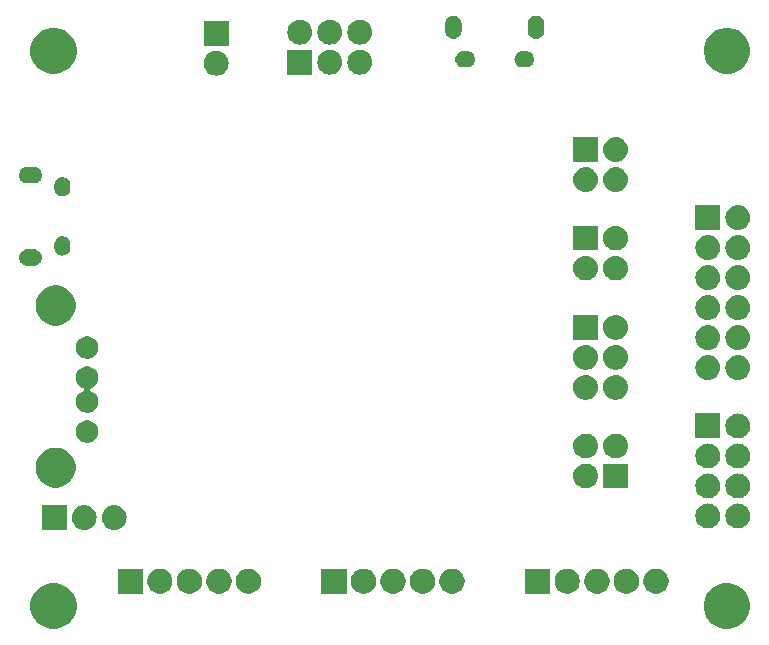
<source format=gbr>
G04 #@! TF.GenerationSoftware,KiCad,Pcbnew,5.0.2-bee76a0~70~ubuntu16.04.1*
G04 #@! TF.CreationDate,2019-01-15T14:46:21+00:00*
G04 #@! TF.ProjectId,sangaboard_v0.3,73616e67-6162-46f6-9172-645f76302e33,0.3*
G04 #@! TF.SameCoordinates,Original*
G04 #@! TF.FileFunction,Soldermask,Bot*
G04 #@! TF.FilePolarity,Negative*
%FSLAX46Y46*%
G04 Gerber Fmt 4.6, Leading zero omitted, Abs format (unit mm)*
G04 Created by KiCad (PCBNEW 5.0.2-bee76a0~70~ubuntu16.04.1) date Tue 15 Jan 2019 14:46:21 GMT*
%MOMM*%
%LPD*%
G01*
G04 APERTURE LIST*
%ADD10C,0.100000*%
G04 APERTURE END LIST*
D10*
G36*
X161568793Y-94124937D02*
X161923670Y-94271932D01*
X162243055Y-94485338D01*
X162514662Y-94756945D01*
X162728068Y-95076330D01*
X162875063Y-95431207D01*
X162950000Y-95807940D01*
X162950000Y-96192060D01*
X162875063Y-96568793D01*
X162728068Y-96923670D01*
X162514662Y-97243055D01*
X162243055Y-97514662D01*
X161923670Y-97728068D01*
X161568793Y-97875063D01*
X161192060Y-97950000D01*
X160807940Y-97950000D01*
X160431207Y-97875063D01*
X160076330Y-97728068D01*
X159756945Y-97514662D01*
X159485338Y-97243055D01*
X159271932Y-96923670D01*
X159124937Y-96568793D01*
X159050000Y-96192060D01*
X159050000Y-95807940D01*
X159124937Y-95431207D01*
X159271932Y-95076330D01*
X159485338Y-94756945D01*
X159756945Y-94485338D01*
X160076330Y-94271932D01*
X160431207Y-94124937D01*
X160807940Y-94050000D01*
X161192060Y-94050000D01*
X161568793Y-94124937D01*
X161568793Y-94124937D01*
G37*
G36*
X104568793Y-94124937D02*
X104923670Y-94271932D01*
X105243055Y-94485338D01*
X105514662Y-94756945D01*
X105728068Y-95076330D01*
X105875063Y-95431207D01*
X105950000Y-95807940D01*
X105950000Y-96192060D01*
X105875063Y-96568793D01*
X105728068Y-96923670D01*
X105514662Y-97243055D01*
X105243055Y-97514662D01*
X104923670Y-97728068D01*
X104568793Y-97875063D01*
X104192060Y-97950000D01*
X103807940Y-97950000D01*
X103431207Y-97875063D01*
X103076330Y-97728068D01*
X102756945Y-97514662D01*
X102485338Y-97243055D01*
X102271932Y-96923670D01*
X102124937Y-96568793D01*
X102050000Y-96192060D01*
X102050000Y-95807940D01*
X102124937Y-95431207D01*
X102271932Y-95076330D01*
X102485338Y-94756945D01*
X102756945Y-94485338D01*
X103076330Y-94271932D01*
X103431207Y-94124937D01*
X103807940Y-94050000D01*
X104192060Y-94050000D01*
X104568793Y-94124937D01*
X104568793Y-94124937D01*
G37*
G36*
X138063566Y-92866312D02*
X138259203Y-92947347D01*
X138435275Y-93064995D01*
X138585005Y-93214725D01*
X138702653Y-93390797D01*
X138783688Y-93586434D01*
X138825000Y-93794122D01*
X138825000Y-94005878D01*
X138783688Y-94213566D01*
X138702653Y-94409203D01*
X138585005Y-94585275D01*
X138435275Y-94735005D01*
X138259203Y-94852653D01*
X138063566Y-94933688D01*
X137855878Y-94975000D01*
X137644122Y-94975000D01*
X137436434Y-94933688D01*
X137240797Y-94852653D01*
X137064725Y-94735005D01*
X136914995Y-94585275D01*
X136797347Y-94409203D01*
X136716312Y-94213566D01*
X136675000Y-94005878D01*
X136675000Y-93794122D01*
X136716312Y-93586434D01*
X136797347Y-93390797D01*
X136914995Y-93214725D01*
X137064725Y-93064995D01*
X137240797Y-92947347D01*
X137436434Y-92866312D01*
X137644122Y-92825000D01*
X137855878Y-92825000D01*
X138063566Y-92866312D01*
X138063566Y-92866312D01*
G37*
G36*
X155313566Y-92866312D02*
X155509203Y-92947347D01*
X155685275Y-93064995D01*
X155835005Y-93214725D01*
X155952653Y-93390797D01*
X156033688Y-93586434D01*
X156075000Y-93794122D01*
X156075000Y-94005878D01*
X156033688Y-94213566D01*
X155952653Y-94409203D01*
X155835005Y-94585275D01*
X155685275Y-94735005D01*
X155509203Y-94852653D01*
X155313566Y-94933688D01*
X155105878Y-94975000D01*
X154894122Y-94975000D01*
X154686434Y-94933688D01*
X154490797Y-94852653D01*
X154314725Y-94735005D01*
X154164995Y-94585275D01*
X154047347Y-94409203D01*
X153966312Y-94213566D01*
X153925000Y-94005878D01*
X153925000Y-93794122D01*
X153966312Y-93586434D01*
X154047347Y-93390797D01*
X154164995Y-93214725D01*
X154314725Y-93064995D01*
X154490797Y-92947347D01*
X154686434Y-92866312D01*
X154894122Y-92825000D01*
X155105878Y-92825000D01*
X155313566Y-92866312D01*
X155313566Y-92866312D01*
G37*
G36*
X120813566Y-92866312D02*
X121009203Y-92947347D01*
X121185275Y-93064995D01*
X121335005Y-93214725D01*
X121452653Y-93390797D01*
X121533688Y-93586434D01*
X121575000Y-93794122D01*
X121575000Y-94005878D01*
X121533688Y-94213566D01*
X121452653Y-94409203D01*
X121335005Y-94585275D01*
X121185275Y-94735005D01*
X121009203Y-94852653D01*
X120813566Y-94933688D01*
X120605878Y-94975000D01*
X120394122Y-94975000D01*
X120186434Y-94933688D01*
X119990797Y-94852653D01*
X119814725Y-94735005D01*
X119664995Y-94585275D01*
X119547347Y-94409203D01*
X119466312Y-94213566D01*
X119425000Y-94005878D01*
X119425000Y-93794122D01*
X119466312Y-93586434D01*
X119547347Y-93390797D01*
X119664995Y-93214725D01*
X119814725Y-93064995D01*
X119990797Y-92947347D01*
X120186434Y-92866312D01*
X120394122Y-92825000D01*
X120605878Y-92825000D01*
X120813566Y-92866312D01*
X120813566Y-92866312D01*
G37*
G36*
X118313566Y-92866312D02*
X118509203Y-92947347D01*
X118685275Y-93064995D01*
X118835005Y-93214725D01*
X118952653Y-93390797D01*
X119033688Y-93586434D01*
X119075000Y-93794122D01*
X119075000Y-94005878D01*
X119033688Y-94213566D01*
X118952653Y-94409203D01*
X118835005Y-94585275D01*
X118685275Y-94735005D01*
X118509203Y-94852653D01*
X118313566Y-94933688D01*
X118105878Y-94975000D01*
X117894122Y-94975000D01*
X117686434Y-94933688D01*
X117490797Y-94852653D01*
X117314725Y-94735005D01*
X117164995Y-94585275D01*
X117047347Y-94409203D01*
X116966312Y-94213566D01*
X116925000Y-94005878D01*
X116925000Y-93794122D01*
X116966312Y-93586434D01*
X117047347Y-93390797D01*
X117164995Y-93214725D01*
X117314725Y-93064995D01*
X117490797Y-92947347D01*
X117686434Y-92866312D01*
X117894122Y-92825000D01*
X118105878Y-92825000D01*
X118313566Y-92866312D01*
X118313566Y-92866312D01*
G37*
G36*
X115813566Y-92866312D02*
X116009203Y-92947347D01*
X116185275Y-93064995D01*
X116335005Y-93214725D01*
X116452653Y-93390797D01*
X116533688Y-93586434D01*
X116575000Y-93794122D01*
X116575000Y-94005878D01*
X116533688Y-94213566D01*
X116452653Y-94409203D01*
X116335005Y-94585275D01*
X116185275Y-94735005D01*
X116009203Y-94852653D01*
X115813566Y-94933688D01*
X115605878Y-94975000D01*
X115394122Y-94975000D01*
X115186434Y-94933688D01*
X114990797Y-94852653D01*
X114814725Y-94735005D01*
X114664995Y-94585275D01*
X114547347Y-94409203D01*
X114466312Y-94213566D01*
X114425000Y-94005878D01*
X114425000Y-93794122D01*
X114466312Y-93586434D01*
X114547347Y-93390797D01*
X114664995Y-93214725D01*
X114814725Y-93064995D01*
X114990797Y-92947347D01*
X115186434Y-92866312D01*
X115394122Y-92825000D01*
X115605878Y-92825000D01*
X115813566Y-92866312D01*
X115813566Y-92866312D01*
G37*
G36*
X113313566Y-92866312D02*
X113509203Y-92947347D01*
X113685275Y-93064995D01*
X113835005Y-93214725D01*
X113952653Y-93390797D01*
X114033688Y-93586434D01*
X114075000Y-93794122D01*
X114075000Y-94005878D01*
X114033688Y-94213566D01*
X113952653Y-94409203D01*
X113835005Y-94585275D01*
X113685275Y-94735005D01*
X113509203Y-94852653D01*
X113313566Y-94933688D01*
X113105878Y-94975000D01*
X112894122Y-94975000D01*
X112686434Y-94933688D01*
X112490797Y-94852653D01*
X112314725Y-94735005D01*
X112164995Y-94585275D01*
X112047347Y-94409203D01*
X111966312Y-94213566D01*
X111925000Y-94005878D01*
X111925000Y-93794122D01*
X111966312Y-93586434D01*
X112047347Y-93390797D01*
X112164995Y-93214725D01*
X112314725Y-93064995D01*
X112490797Y-92947347D01*
X112686434Y-92866312D01*
X112894122Y-92825000D01*
X113105878Y-92825000D01*
X113313566Y-92866312D01*
X113313566Y-92866312D01*
G37*
G36*
X111575000Y-94975000D02*
X109425000Y-94975000D01*
X109425000Y-92825000D01*
X111575000Y-92825000D01*
X111575000Y-94975000D01*
X111575000Y-94975000D01*
G37*
G36*
X135563566Y-92866312D02*
X135759203Y-92947347D01*
X135935275Y-93064995D01*
X136085005Y-93214725D01*
X136202653Y-93390797D01*
X136283688Y-93586434D01*
X136325000Y-93794122D01*
X136325000Y-94005878D01*
X136283688Y-94213566D01*
X136202653Y-94409203D01*
X136085005Y-94585275D01*
X135935275Y-94735005D01*
X135759203Y-94852653D01*
X135563566Y-94933688D01*
X135355878Y-94975000D01*
X135144122Y-94975000D01*
X134936434Y-94933688D01*
X134740797Y-94852653D01*
X134564725Y-94735005D01*
X134414995Y-94585275D01*
X134297347Y-94409203D01*
X134216312Y-94213566D01*
X134175000Y-94005878D01*
X134175000Y-93794122D01*
X134216312Y-93586434D01*
X134297347Y-93390797D01*
X134414995Y-93214725D01*
X134564725Y-93064995D01*
X134740797Y-92947347D01*
X134936434Y-92866312D01*
X135144122Y-92825000D01*
X135355878Y-92825000D01*
X135563566Y-92866312D01*
X135563566Y-92866312D01*
G37*
G36*
X133063566Y-92866312D02*
X133259203Y-92947347D01*
X133435275Y-93064995D01*
X133585005Y-93214725D01*
X133702653Y-93390797D01*
X133783688Y-93586434D01*
X133825000Y-93794122D01*
X133825000Y-94005878D01*
X133783688Y-94213566D01*
X133702653Y-94409203D01*
X133585005Y-94585275D01*
X133435275Y-94735005D01*
X133259203Y-94852653D01*
X133063566Y-94933688D01*
X132855878Y-94975000D01*
X132644122Y-94975000D01*
X132436434Y-94933688D01*
X132240797Y-94852653D01*
X132064725Y-94735005D01*
X131914995Y-94585275D01*
X131797347Y-94409203D01*
X131716312Y-94213566D01*
X131675000Y-94005878D01*
X131675000Y-93794122D01*
X131716312Y-93586434D01*
X131797347Y-93390797D01*
X131914995Y-93214725D01*
X132064725Y-93064995D01*
X132240797Y-92947347D01*
X132436434Y-92866312D01*
X132644122Y-92825000D01*
X132855878Y-92825000D01*
X133063566Y-92866312D01*
X133063566Y-92866312D01*
G37*
G36*
X130563566Y-92866312D02*
X130759203Y-92947347D01*
X130935275Y-93064995D01*
X131085005Y-93214725D01*
X131202653Y-93390797D01*
X131283688Y-93586434D01*
X131325000Y-93794122D01*
X131325000Y-94005878D01*
X131283688Y-94213566D01*
X131202653Y-94409203D01*
X131085005Y-94585275D01*
X130935275Y-94735005D01*
X130759203Y-94852653D01*
X130563566Y-94933688D01*
X130355878Y-94975000D01*
X130144122Y-94975000D01*
X129936434Y-94933688D01*
X129740797Y-94852653D01*
X129564725Y-94735005D01*
X129414995Y-94585275D01*
X129297347Y-94409203D01*
X129216312Y-94213566D01*
X129175000Y-94005878D01*
X129175000Y-93794122D01*
X129216312Y-93586434D01*
X129297347Y-93390797D01*
X129414995Y-93214725D01*
X129564725Y-93064995D01*
X129740797Y-92947347D01*
X129936434Y-92866312D01*
X130144122Y-92825000D01*
X130355878Y-92825000D01*
X130563566Y-92866312D01*
X130563566Y-92866312D01*
G37*
G36*
X128825000Y-94975000D02*
X126675000Y-94975000D01*
X126675000Y-92825000D01*
X128825000Y-92825000D01*
X128825000Y-94975000D01*
X128825000Y-94975000D01*
G37*
G36*
X146075000Y-94975000D02*
X143925000Y-94975000D01*
X143925000Y-92825000D01*
X146075000Y-92825000D01*
X146075000Y-94975000D01*
X146075000Y-94975000D01*
G37*
G36*
X147813566Y-92866312D02*
X148009203Y-92947347D01*
X148185275Y-93064995D01*
X148335005Y-93214725D01*
X148452653Y-93390797D01*
X148533688Y-93586434D01*
X148575000Y-93794122D01*
X148575000Y-94005878D01*
X148533688Y-94213566D01*
X148452653Y-94409203D01*
X148335005Y-94585275D01*
X148185275Y-94735005D01*
X148009203Y-94852653D01*
X147813566Y-94933688D01*
X147605878Y-94975000D01*
X147394122Y-94975000D01*
X147186434Y-94933688D01*
X146990797Y-94852653D01*
X146814725Y-94735005D01*
X146664995Y-94585275D01*
X146547347Y-94409203D01*
X146466312Y-94213566D01*
X146425000Y-94005878D01*
X146425000Y-93794122D01*
X146466312Y-93586434D01*
X146547347Y-93390797D01*
X146664995Y-93214725D01*
X146814725Y-93064995D01*
X146990797Y-92947347D01*
X147186434Y-92866312D01*
X147394122Y-92825000D01*
X147605878Y-92825000D01*
X147813566Y-92866312D01*
X147813566Y-92866312D01*
G37*
G36*
X150313566Y-92866312D02*
X150509203Y-92947347D01*
X150685275Y-93064995D01*
X150835005Y-93214725D01*
X150952653Y-93390797D01*
X151033688Y-93586434D01*
X151075000Y-93794122D01*
X151075000Y-94005878D01*
X151033688Y-94213566D01*
X150952653Y-94409203D01*
X150835005Y-94585275D01*
X150685275Y-94735005D01*
X150509203Y-94852653D01*
X150313566Y-94933688D01*
X150105878Y-94975000D01*
X149894122Y-94975000D01*
X149686434Y-94933688D01*
X149490797Y-94852653D01*
X149314725Y-94735005D01*
X149164995Y-94585275D01*
X149047347Y-94409203D01*
X148966312Y-94213566D01*
X148925000Y-94005878D01*
X148925000Y-93794122D01*
X148966312Y-93586434D01*
X149047347Y-93390797D01*
X149164995Y-93214725D01*
X149314725Y-93064995D01*
X149490797Y-92947347D01*
X149686434Y-92866312D01*
X149894122Y-92825000D01*
X150105878Y-92825000D01*
X150313566Y-92866312D01*
X150313566Y-92866312D01*
G37*
G36*
X152813566Y-92866312D02*
X153009203Y-92947347D01*
X153185275Y-93064995D01*
X153335005Y-93214725D01*
X153452653Y-93390797D01*
X153533688Y-93586434D01*
X153575000Y-93794122D01*
X153575000Y-94005878D01*
X153533688Y-94213566D01*
X153452653Y-94409203D01*
X153335005Y-94585275D01*
X153185275Y-94735005D01*
X153009203Y-94852653D01*
X152813566Y-94933688D01*
X152605878Y-94975000D01*
X152394122Y-94975000D01*
X152186434Y-94933688D01*
X151990797Y-94852653D01*
X151814725Y-94735005D01*
X151664995Y-94585275D01*
X151547347Y-94409203D01*
X151466312Y-94213566D01*
X151425000Y-94005878D01*
X151425000Y-93794122D01*
X151466312Y-93586434D01*
X151547347Y-93390797D01*
X151664995Y-93214725D01*
X151814725Y-93064995D01*
X151990797Y-92947347D01*
X152186434Y-92866312D01*
X152394122Y-92825000D01*
X152605878Y-92825000D01*
X152813566Y-92866312D01*
X152813566Y-92866312D01*
G37*
G36*
X106728707Y-87457596D02*
X106805836Y-87465193D01*
X106937787Y-87505220D01*
X107003763Y-87525233D01*
X107186172Y-87622733D01*
X107346054Y-87753946D01*
X107477267Y-87913828D01*
X107574767Y-88096237D01*
X107574767Y-88096238D01*
X107634807Y-88294164D01*
X107655080Y-88500000D01*
X107634807Y-88705836D01*
X107594780Y-88837787D01*
X107574767Y-88903763D01*
X107477267Y-89086172D01*
X107346054Y-89246054D01*
X107186172Y-89377267D01*
X107003763Y-89474767D01*
X106937787Y-89494780D01*
X106805836Y-89534807D01*
X106728707Y-89542403D01*
X106651580Y-89550000D01*
X106548420Y-89550000D01*
X106471293Y-89542403D01*
X106394164Y-89534807D01*
X106262213Y-89494780D01*
X106196237Y-89474767D01*
X106013828Y-89377267D01*
X105853946Y-89246054D01*
X105722733Y-89086172D01*
X105625233Y-88903763D01*
X105605220Y-88837787D01*
X105565193Y-88705836D01*
X105544920Y-88500000D01*
X105565193Y-88294164D01*
X105625233Y-88096238D01*
X105625233Y-88096237D01*
X105722733Y-87913828D01*
X105853946Y-87753946D01*
X106013828Y-87622733D01*
X106196237Y-87525233D01*
X106262213Y-87505220D01*
X106394164Y-87465193D01*
X106471293Y-87457596D01*
X106548420Y-87450000D01*
X106651580Y-87450000D01*
X106728707Y-87457596D01*
X106728707Y-87457596D01*
G37*
G36*
X109268707Y-87457596D02*
X109345836Y-87465193D01*
X109477787Y-87505220D01*
X109543763Y-87525233D01*
X109726172Y-87622733D01*
X109886054Y-87753946D01*
X110017267Y-87913828D01*
X110114767Y-88096237D01*
X110114767Y-88096238D01*
X110174807Y-88294164D01*
X110195080Y-88500000D01*
X110174807Y-88705836D01*
X110134780Y-88837787D01*
X110114767Y-88903763D01*
X110017267Y-89086172D01*
X109886054Y-89246054D01*
X109726172Y-89377267D01*
X109543763Y-89474767D01*
X109477787Y-89494780D01*
X109345836Y-89534807D01*
X109268707Y-89542403D01*
X109191580Y-89550000D01*
X109088420Y-89550000D01*
X109011293Y-89542403D01*
X108934164Y-89534807D01*
X108802213Y-89494780D01*
X108736237Y-89474767D01*
X108553828Y-89377267D01*
X108393946Y-89246054D01*
X108262733Y-89086172D01*
X108165233Y-88903763D01*
X108145220Y-88837787D01*
X108105193Y-88705836D01*
X108084920Y-88500000D01*
X108105193Y-88294164D01*
X108165233Y-88096238D01*
X108165233Y-88096237D01*
X108262733Y-87913828D01*
X108393946Y-87753946D01*
X108553828Y-87622733D01*
X108736237Y-87525233D01*
X108802213Y-87505220D01*
X108934164Y-87465193D01*
X109011293Y-87457596D01*
X109088420Y-87450000D01*
X109191580Y-87450000D01*
X109268707Y-87457596D01*
X109268707Y-87457596D01*
G37*
G36*
X105110000Y-89550000D02*
X103010000Y-89550000D01*
X103010000Y-87450000D01*
X105110000Y-87450000D01*
X105110000Y-89550000D01*
X105110000Y-89550000D01*
G37*
G36*
X159528707Y-87327597D02*
X159605836Y-87335193D01*
X159737787Y-87375220D01*
X159803763Y-87395233D01*
X159986172Y-87492733D01*
X160146054Y-87623946D01*
X160277267Y-87783828D01*
X160374767Y-87966237D01*
X160374767Y-87966238D01*
X160434807Y-88164164D01*
X160455080Y-88370000D01*
X160434807Y-88575836D01*
X160395373Y-88705834D01*
X160374767Y-88773763D01*
X160277267Y-88956172D01*
X160146054Y-89116054D01*
X159986172Y-89247267D01*
X159803763Y-89344767D01*
X159737787Y-89364780D01*
X159605836Y-89404807D01*
X159528707Y-89412404D01*
X159451580Y-89420000D01*
X159348420Y-89420000D01*
X159271293Y-89412404D01*
X159194164Y-89404807D01*
X159062213Y-89364780D01*
X158996237Y-89344767D01*
X158813828Y-89247267D01*
X158653946Y-89116054D01*
X158522733Y-88956172D01*
X158425233Y-88773763D01*
X158404627Y-88705834D01*
X158365193Y-88575836D01*
X158344920Y-88370000D01*
X158365193Y-88164164D01*
X158425233Y-87966238D01*
X158425233Y-87966237D01*
X158522733Y-87783828D01*
X158653946Y-87623946D01*
X158813828Y-87492733D01*
X158996237Y-87395233D01*
X159062213Y-87375220D01*
X159194164Y-87335193D01*
X159271293Y-87327597D01*
X159348420Y-87320000D01*
X159451580Y-87320000D01*
X159528707Y-87327597D01*
X159528707Y-87327597D01*
G37*
G36*
X162068707Y-87327597D02*
X162145836Y-87335193D01*
X162277787Y-87375220D01*
X162343763Y-87395233D01*
X162526172Y-87492733D01*
X162686054Y-87623946D01*
X162817267Y-87783828D01*
X162914767Y-87966237D01*
X162914767Y-87966238D01*
X162974807Y-88164164D01*
X162995080Y-88370000D01*
X162974807Y-88575836D01*
X162935373Y-88705834D01*
X162914767Y-88773763D01*
X162817267Y-88956172D01*
X162686054Y-89116054D01*
X162526172Y-89247267D01*
X162343763Y-89344767D01*
X162277787Y-89364780D01*
X162145836Y-89404807D01*
X162068707Y-89412404D01*
X161991580Y-89420000D01*
X161888420Y-89420000D01*
X161811293Y-89412404D01*
X161734164Y-89404807D01*
X161602213Y-89364780D01*
X161536237Y-89344767D01*
X161353828Y-89247267D01*
X161193946Y-89116054D01*
X161062733Y-88956172D01*
X160965233Y-88773763D01*
X160944627Y-88705834D01*
X160905193Y-88575836D01*
X160884920Y-88370000D01*
X160905193Y-88164164D01*
X160965233Y-87966238D01*
X160965233Y-87966237D01*
X161062733Y-87783828D01*
X161193946Y-87623946D01*
X161353828Y-87492733D01*
X161536237Y-87395233D01*
X161602213Y-87375220D01*
X161734164Y-87335193D01*
X161811293Y-87327597D01*
X161888420Y-87320000D01*
X161991580Y-87320000D01*
X162068707Y-87327597D01*
X162068707Y-87327597D01*
G37*
G36*
X162068707Y-84787597D02*
X162145836Y-84795193D01*
X162277787Y-84835220D01*
X162343763Y-84855233D01*
X162526172Y-84952733D01*
X162686054Y-85083946D01*
X162817267Y-85243828D01*
X162914767Y-85426237D01*
X162914767Y-85426238D01*
X162974807Y-85624164D01*
X162995080Y-85830000D01*
X162974807Y-86035836D01*
X162934780Y-86167787D01*
X162914767Y-86233763D01*
X162817267Y-86416172D01*
X162686054Y-86576054D01*
X162526172Y-86707267D01*
X162343763Y-86804767D01*
X162277787Y-86824780D01*
X162145836Y-86864807D01*
X162068707Y-86872403D01*
X161991580Y-86880000D01*
X161888420Y-86880000D01*
X161811293Y-86872403D01*
X161734164Y-86864807D01*
X161602213Y-86824780D01*
X161536237Y-86804767D01*
X161353828Y-86707267D01*
X161193946Y-86576054D01*
X161062733Y-86416172D01*
X160965233Y-86233763D01*
X160945220Y-86167787D01*
X160905193Y-86035836D01*
X160884920Y-85830000D01*
X160905193Y-85624164D01*
X160965233Y-85426238D01*
X160965233Y-85426237D01*
X161062733Y-85243828D01*
X161193946Y-85083946D01*
X161353828Y-84952733D01*
X161536237Y-84855233D01*
X161602213Y-84835220D01*
X161734164Y-84795193D01*
X161811293Y-84787597D01*
X161888420Y-84780000D01*
X161991580Y-84780000D01*
X162068707Y-84787597D01*
X162068707Y-84787597D01*
G37*
G36*
X159528707Y-84787597D02*
X159605836Y-84795193D01*
X159737787Y-84835220D01*
X159803763Y-84855233D01*
X159986172Y-84952733D01*
X160146054Y-85083946D01*
X160277267Y-85243828D01*
X160374767Y-85426237D01*
X160374767Y-85426238D01*
X160434807Y-85624164D01*
X160455080Y-85830000D01*
X160434807Y-86035836D01*
X160394780Y-86167787D01*
X160374767Y-86233763D01*
X160277267Y-86416172D01*
X160146054Y-86576054D01*
X159986172Y-86707267D01*
X159803763Y-86804767D01*
X159737787Y-86824780D01*
X159605836Y-86864807D01*
X159528707Y-86872403D01*
X159451580Y-86880000D01*
X159348420Y-86880000D01*
X159271293Y-86872403D01*
X159194164Y-86864807D01*
X159062213Y-86824780D01*
X158996237Y-86804767D01*
X158813828Y-86707267D01*
X158653946Y-86576054D01*
X158522733Y-86416172D01*
X158425233Y-86233763D01*
X158405220Y-86167787D01*
X158365193Y-86035836D01*
X158344920Y-85830000D01*
X158365193Y-85624164D01*
X158425233Y-85426238D01*
X158425233Y-85426237D01*
X158522733Y-85243828D01*
X158653946Y-85083946D01*
X158813828Y-84952733D01*
X158996237Y-84855233D01*
X159062213Y-84835220D01*
X159194164Y-84795193D01*
X159271293Y-84787597D01*
X159348420Y-84780000D01*
X159451580Y-84780000D01*
X159528707Y-84787597D01*
X159528707Y-84787597D01*
G37*
G36*
X149188707Y-83947597D02*
X149265836Y-83955193D01*
X149397787Y-83995220D01*
X149463763Y-84015233D01*
X149646172Y-84112733D01*
X149806054Y-84243946D01*
X149937267Y-84403828D01*
X150034767Y-84586237D01*
X150034767Y-84586238D01*
X150094807Y-84784164D01*
X150115080Y-84990000D01*
X150094807Y-85195836D01*
X150054780Y-85327787D01*
X150034767Y-85393763D01*
X149937267Y-85576172D01*
X149806054Y-85736054D01*
X149646172Y-85867267D01*
X149463763Y-85964767D01*
X149397787Y-85984780D01*
X149265836Y-86024807D01*
X149188707Y-86032403D01*
X149111580Y-86040000D01*
X149008420Y-86040000D01*
X148931293Y-86032403D01*
X148854164Y-86024807D01*
X148722213Y-85984780D01*
X148656237Y-85964767D01*
X148473828Y-85867267D01*
X148313946Y-85736054D01*
X148182733Y-85576172D01*
X148085233Y-85393763D01*
X148065220Y-85327787D01*
X148025193Y-85195836D01*
X148004920Y-84990000D01*
X148025193Y-84784164D01*
X148085233Y-84586238D01*
X148085233Y-84586237D01*
X148182733Y-84403828D01*
X148313946Y-84243946D01*
X148473828Y-84112733D01*
X148656237Y-84015233D01*
X148722213Y-83995220D01*
X148854164Y-83955193D01*
X148931293Y-83947597D01*
X149008420Y-83940000D01*
X149111580Y-83940000D01*
X149188707Y-83947597D01*
X149188707Y-83947597D01*
G37*
G36*
X152650000Y-86040000D02*
X150550000Y-86040000D01*
X150550000Y-83940000D01*
X152650000Y-83940000D01*
X152650000Y-86040000D01*
X152650000Y-86040000D01*
G37*
G36*
X104566393Y-82623553D02*
X104675872Y-82645330D01*
X104985252Y-82773479D01*
X105263687Y-82959523D01*
X105500477Y-83196313D01*
X105686521Y-83474748D01*
X105814670Y-83784128D01*
X105814670Y-83784129D01*
X105880000Y-84112563D01*
X105880000Y-84447437D01*
X105836447Y-84666393D01*
X105814670Y-84775872D01*
X105686521Y-85085252D01*
X105500477Y-85363687D01*
X105263687Y-85600477D01*
X104985252Y-85786521D01*
X104675872Y-85914670D01*
X104566393Y-85936447D01*
X104347437Y-85980000D01*
X104012563Y-85980000D01*
X103793607Y-85936447D01*
X103684128Y-85914670D01*
X103374748Y-85786521D01*
X103096313Y-85600477D01*
X102859523Y-85363687D01*
X102673479Y-85085252D01*
X102545330Y-84775872D01*
X102523553Y-84666393D01*
X102480000Y-84447437D01*
X102480000Y-84112563D01*
X102545330Y-83784129D01*
X102545330Y-83784128D01*
X102673479Y-83474748D01*
X102859523Y-83196313D01*
X103096313Y-82959523D01*
X103374748Y-82773479D01*
X103684128Y-82645330D01*
X103793607Y-82623553D01*
X104012563Y-82580000D01*
X104347437Y-82580000D01*
X104566393Y-82623553D01*
X104566393Y-82623553D01*
G37*
G36*
X159528707Y-82247597D02*
X159605836Y-82255193D01*
X159737787Y-82295220D01*
X159803763Y-82315233D01*
X159986172Y-82412733D01*
X160146054Y-82543946D01*
X160277267Y-82703828D01*
X160374767Y-82886237D01*
X160374767Y-82886238D01*
X160434807Y-83084164D01*
X160455080Y-83290000D01*
X160434807Y-83495836D01*
X160394780Y-83627787D01*
X160374767Y-83693763D01*
X160277267Y-83876172D01*
X160146054Y-84036054D01*
X159986172Y-84167267D01*
X159803763Y-84264767D01*
X159737787Y-84284780D01*
X159605836Y-84324807D01*
X159528707Y-84332404D01*
X159451580Y-84340000D01*
X159348420Y-84340000D01*
X159271293Y-84332404D01*
X159194164Y-84324807D01*
X159062213Y-84284780D01*
X158996237Y-84264767D01*
X158813828Y-84167267D01*
X158653946Y-84036054D01*
X158522733Y-83876172D01*
X158425233Y-83693763D01*
X158405220Y-83627787D01*
X158365193Y-83495836D01*
X158344920Y-83290000D01*
X158365193Y-83084164D01*
X158425233Y-82886238D01*
X158425233Y-82886237D01*
X158522733Y-82703828D01*
X158653946Y-82543946D01*
X158813828Y-82412733D01*
X158996237Y-82315233D01*
X159062213Y-82295220D01*
X159194164Y-82255193D01*
X159271293Y-82247597D01*
X159348420Y-82240000D01*
X159451580Y-82240000D01*
X159528707Y-82247597D01*
X159528707Y-82247597D01*
G37*
G36*
X162068707Y-82247597D02*
X162145836Y-82255193D01*
X162277787Y-82295220D01*
X162343763Y-82315233D01*
X162526172Y-82412733D01*
X162686054Y-82543946D01*
X162817267Y-82703828D01*
X162914767Y-82886237D01*
X162914767Y-82886238D01*
X162974807Y-83084164D01*
X162995080Y-83290000D01*
X162974807Y-83495836D01*
X162934780Y-83627787D01*
X162914767Y-83693763D01*
X162817267Y-83876172D01*
X162686054Y-84036054D01*
X162526172Y-84167267D01*
X162343763Y-84264767D01*
X162277787Y-84284780D01*
X162145836Y-84324807D01*
X162068707Y-84332404D01*
X161991580Y-84340000D01*
X161888420Y-84340000D01*
X161811293Y-84332404D01*
X161734164Y-84324807D01*
X161602213Y-84284780D01*
X161536237Y-84264767D01*
X161353828Y-84167267D01*
X161193946Y-84036054D01*
X161062733Y-83876172D01*
X160965233Y-83693763D01*
X160945220Y-83627787D01*
X160905193Y-83495836D01*
X160884920Y-83290000D01*
X160905193Y-83084164D01*
X160965233Y-82886238D01*
X160965233Y-82886237D01*
X161062733Y-82703828D01*
X161193946Y-82543946D01*
X161353828Y-82412733D01*
X161536237Y-82315233D01*
X161602213Y-82295220D01*
X161734164Y-82255193D01*
X161811293Y-82247597D01*
X161888420Y-82240000D01*
X161991580Y-82240000D01*
X162068707Y-82247597D01*
X162068707Y-82247597D01*
G37*
G36*
X149188707Y-81407597D02*
X149265836Y-81415193D01*
X149397787Y-81455220D01*
X149463763Y-81475233D01*
X149646172Y-81572733D01*
X149806054Y-81703946D01*
X149937267Y-81863828D01*
X150034767Y-82046237D01*
X150034767Y-82046238D01*
X150094807Y-82244164D01*
X150115080Y-82450000D01*
X150094807Y-82655836D01*
X150054780Y-82787787D01*
X150034767Y-82853763D01*
X149937267Y-83036172D01*
X149806054Y-83196054D01*
X149646172Y-83327267D01*
X149463763Y-83424767D01*
X149397787Y-83444780D01*
X149265836Y-83484807D01*
X149188707Y-83492404D01*
X149111580Y-83500000D01*
X149008420Y-83500000D01*
X148931293Y-83492404D01*
X148854164Y-83484807D01*
X148722213Y-83444780D01*
X148656237Y-83424767D01*
X148473828Y-83327267D01*
X148313946Y-83196054D01*
X148182733Y-83036172D01*
X148085233Y-82853763D01*
X148065220Y-82787787D01*
X148025193Y-82655836D01*
X148004920Y-82450000D01*
X148025193Y-82244164D01*
X148085233Y-82046238D01*
X148085233Y-82046237D01*
X148182733Y-81863828D01*
X148313946Y-81703946D01*
X148473828Y-81572733D01*
X148656237Y-81475233D01*
X148722213Y-81455220D01*
X148854164Y-81415193D01*
X148931293Y-81407597D01*
X149008420Y-81400000D01*
X149111580Y-81400000D01*
X149188707Y-81407597D01*
X149188707Y-81407597D01*
G37*
G36*
X151728707Y-81407597D02*
X151805836Y-81415193D01*
X151937787Y-81455220D01*
X152003763Y-81475233D01*
X152186172Y-81572733D01*
X152346054Y-81703946D01*
X152477267Y-81863828D01*
X152574767Y-82046237D01*
X152574767Y-82046238D01*
X152634807Y-82244164D01*
X152655080Y-82450000D01*
X152634807Y-82655836D01*
X152594780Y-82787787D01*
X152574767Y-82853763D01*
X152477267Y-83036172D01*
X152346054Y-83196054D01*
X152186172Y-83327267D01*
X152003763Y-83424767D01*
X151937787Y-83444780D01*
X151805836Y-83484807D01*
X151728707Y-83492404D01*
X151651580Y-83500000D01*
X151548420Y-83500000D01*
X151471293Y-83492404D01*
X151394164Y-83484807D01*
X151262213Y-83444780D01*
X151196237Y-83424767D01*
X151013828Y-83327267D01*
X150853946Y-83196054D01*
X150722733Y-83036172D01*
X150625233Y-82853763D01*
X150605220Y-82787787D01*
X150565193Y-82655836D01*
X150544920Y-82450000D01*
X150565193Y-82244164D01*
X150625233Y-82046238D01*
X150625233Y-82046237D01*
X150722733Y-81863828D01*
X150853946Y-81703946D01*
X151013828Y-81572733D01*
X151196237Y-81475233D01*
X151262213Y-81455220D01*
X151394164Y-81415193D01*
X151471293Y-81407597D01*
X151548420Y-81400000D01*
X151651580Y-81400000D01*
X151728707Y-81407597D01*
X151728707Y-81407597D01*
G37*
G36*
X106989452Y-80289127D02*
X107127105Y-80316508D01*
X107299994Y-80388121D01*
X107455590Y-80492087D01*
X107587913Y-80624410D01*
X107691879Y-80780006D01*
X107763492Y-80952895D01*
X107800000Y-81136433D01*
X107800000Y-81323567D01*
X107763492Y-81507105D01*
X107691879Y-81679994D01*
X107587913Y-81835590D01*
X107455590Y-81967913D01*
X107299994Y-82071879D01*
X107127105Y-82143492D01*
X106989452Y-82170873D01*
X106943568Y-82180000D01*
X106756432Y-82180000D01*
X106710548Y-82170873D01*
X106572895Y-82143492D01*
X106400006Y-82071879D01*
X106244410Y-81967913D01*
X106112087Y-81835590D01*
X106008121Y-81679994D01*
X105936508Y-81507105D01*
X105900000Y-81323567D01*
X105900000Y-81136433D01*
X105936508Y-80952895D01*
X106008121Y-80780006D01*
X106112087Y-80624410D01*
X106244410Y-80492087D01*
X106400006Y-80388121D01*
X106572895Y-80316508D01*
X106710548Y-80289127D01*
X106756432Y-80280000D01*
X106943568Y-80280000D01*
X106989452Y-80289127D01*
X106989452Y-80289127D01*
G37*
G36*
X160450000Y-81800000D02*
X158350000Y-81800000D01*
X158350000Y-79700000D01*
X160450000Y-79700000D01*
X160450000Y-81800000D01*
X160450000Y-81800000D01*
G37*
G36*
X162068707Y-79707597D02*
X162145836Y-79715193D01*
X162277787Y-79755220D01*
X162343763Y-79775233D01*
X162526172Y-79872733D01*
X162686054Y-80003946D01*
X162817267Y-80163828D01*
X162914767Y-80346237D01*
X162914767Y-80346238D01*
X162974807Y-80544164D01*
X162995080Y-80750000D01*
X162974807Y-80955836D01*
X162934780Y-81087787D01*
X162914767Y-81153763D01*
X162817267Y-81336172D01*
X162686054Y-81496054D01*
X162526172Y-81627267D01*
X162343763Y-81724767D01*
X162277787Y-81744780D01*
X162145836Y-81784807D01*
X162068707Y-81792403D01*
X161991580Y-81800000D01*
X161888420Y-81800000D01*
X161811293Y-81792403D01*
X161734164Y-81784807D01*
X161602213Y-81744780D01*
X161536237Y-81724767D01*
X161353828Y-81627267D01*
X161193946Y-81496054D01*
X161062733Y-81336172D01*
X160965233Y-81153763D01*
X160945220Y-81087787D01*
X160905193Y-80955836D01*
X160884920Y-80750000D01*
X160905193Y-80544164D01*
X160965233Y-80346238D01*
X160965233Y-80346237D01*
X161062733Y-80163828D01*
X161193946Y-80003946D01*
X161353828Y-79872733D01*
X161536237Y-79775233D01*
X161602213Y-79755220D01*
X161734164Y-79715193D01*
X161811293Y-79707597D01*
X161888420Y-79700000D01*
X161991580Y-79700000D01*
X162068707Y-79707597D01*
X162068707Y-79707597D01*
G37*
G36*
X106989452Y-75719127D02*
X107127105Y-75746508D01*
X107299994Y-75818121D01*
X107455590Y-75922087D01*
X107587913Y-76054410D01*
X107691879Y-76210006D01*
X107763492Y-76382895D01*
X107800000Y-76566433D01*
X107800000Y-76753567D01*
X107763492Y-76937105D01*
X107691879Y-77109994D01*
X107587913Y-77265590D01*
X107455590Y-77397913D01*
X107299994Y-77501879D01*
X107160842Y-77559518D01*
X107139236Y-77571067D01*
X107120294Y-77586612D01*
X107104749Y-77605554D01*
X107093198Y-77627165D01*
X107086085Y-77650614D01*
X107083683Y-77675000D01*
X107086085Y-77699387D01*
X107093198Y-77722836D01*
X107104750Y-77744447D01*
X107120295Y-77763389D01*
X107139237Y-77778934D01*
X107160842Y-77790482D01*
X107299994Y-77848121D01*
X107455590Y-77952087D01*
X107587913Y-78084410D01*
X107691879Y-78240006D01*
X107763492Y-78412895D01*
X107800000Y-78596433D01*
X107800000Y-78783567D01*
X107763492Y-78967105D01*
X107691879Y-79139994D01*
X107587913Y-79295590D01*
X107455590Y-79427913D01*
X107299994Y-79531879D01*
X107127105Y-79603492D01*
X106989451Y-79630873D01*
X106943568Y-79640000D01*
X106756432Y-79640000D01*
X106710549Y-79630873D01*
X106572895Y-79603492D01*
X106400006Y-79531879D01*
X106244410Y-79427913D01*
X106112087Y-79295590D01*
X106008121Y-79139994D01*
X105936508Y-78967105D01*
X105900000Y-78783567D01*
X105900000Y-78596433D01*
X105936508Y-78412895D01*
X106008121Y-78240006D01*
X106112087Y-78084410D01*
X106244410Y-77952087D01*
X106400006Y-77848121D01*
X106539158Y-77790482D01*
X106560764Y-77778933D01*
X106579706Y-77763388D01*
X106595251Y-77744446D01*
X106606802Y-77722835D01*
X106613915Y-77699386D01*
X106616317Y-77675000D01*
X106613915Y-77650613D01*
X106606802Y-77627164D01*
X106595250Y-77605553D01*
X106579705Y-77586611D01*
X106560763Y-77571066D01*
X106539158Y-77559518D01*
X106400006Y-77501879D01*
X106244410Y-77397913D01*
X106112087Y-77265590D01*
X106008121Y-77109994D01*
X105936508Y-76937105D01*
X105900000Y-76753567D01*
X105900000Y-76566433D01*
X105936508Y-76382895D01*
X106008121Y-76210006D01*
X106112087Y-76054410D01*
X106244410Y-75922087D01*
X106400006Y-75818121D01*
X106572895Y-75746508D01*
X106710548Y-75719127D01*
X106756432Y-75710000D01*
X106943568Y-75710000D01*
X106989452Y-75719127D01*
X106989452Y-75719127D01*
G37*
G36*
X151718707Y-76437596D02*
X151795836Y-76445193D01*
X151927787Y-76485220D01*
X151993763Y-76505233D01*
X152176172Y-76602733D01*
X152336054Y-76733946D01*
X152467267Y-76893828D01*
X152564767Y-77076237D01*
X152564767Y-77076238D01*
X152624807Y-77274164D01*
X152645080Y-77480000D01*
X152624807Y-77685836D01*
X152597302Y-77776508D01*
X152564767Y-77883763D01*
X152467267Y-78066172D01*
X152336054Y-78226054D01*
X152176172Y-78357267D01*
X151993763Y-78454767D01*
X151927787Y-78474780D01*
X151795836Y-78514807D01*
X151718707Y-78522403D01*
X151641580Y-78530000D01*
X151538420Y-78530000D01*
X151461293Y-78522403D01*
X151384164Y-78514807D01*
X151252213Y-78474780D01*
X151186237Y-78454767D01*
X151003828Y-78357267D01*
X150843946Y-78226054D01*
X150712733Y-78066172D01*
X150615233Y-77883763D01*
X150582698Y-77776508D01*
X150555193Y-77685836D01*
X150534920Y-77480000D01*
X150555193Y-77274164D01*
X150615233Y-77076238D01*
X150615233Y-77076237D01*
X150712733Y-76893828D01*
X150843946Y-76733946D01*
X151003828Y-76602733D01*
X151186237Y-76505233D01*
X151252213Y-76485220D01*
X151384164Y-76445193D01*
X151461293Y-76437596D01*
X151538420Y-76430000D01*
X151641580Y-76430000D01*
X151718707Y-76437596D01*
X151718707Y-76437596D01*
G37*
G36*
X149178707Y-76437596D02*
X149255836Y-76445193D01*
X149387787Y-76485220D01*
X149453763Y-76505233D01*
X149636172Y-76602733D01*
X149796054Y-76733946D01*
X149927267Y-76893828D01*
X150024767Y-77076237D01*
X150024767Y-77076238D01*
X150084807Y-77274164D01*
X150105080Y-77480000D01*
X150084807Y-77685836D01*
X150057302Y-77776508D01*
X150024767Y-77883763D01*
X149927267Y-78066172D01*
X149796054Y-78226054D01*
X149636172Y-78357267D01*
X149453763Y-78454767D01*
X149387787Y-78474780D01*
X149255836Y-78514807D01*
X149178707Y-78522403D01*
X149101580Y-78530000D01*
X148998420Y-78530000D01*
X148921293Y-78522403D01*
X148844164Y-78514807D01*
X148712213Y-78474780D01*
X148646237Y-78454767D01*
X148463828Y-78357267D01*
X148303946Y-78226054D01*
X148172733Y-78066172D01*
X148075233Y-77883763D01*
X148042698Y-77776508D01*
X148015193Y-77685836D01*
X147994920Y-77480000D01*
X148015193Y-77274164D01*
X148075233Y-77076238D01*
X148075233Y-77076237D01*
X148172733Y-76893828D01*
X148303946Y-76733946D01*
X148463828Y-76602733D01*
X148646237Y-76505233D01*
X148712213Y-76485220D01*
X148844164Y-76445193D01*
X148921293Y-76437596D01*
X148998420Y-76430000D01*
X149101580Y-76430000D01*
X149178707Y-76437596D01*
X149178707Y-76437596D01*
G37*
G36*
X162068707Y-74757597D02*
X162145836Y-74765193D01*
X162277787Y-74805220D01*
X162343763Y-74825233D01*
X162526172Y-74922733D01*
X162686054Y-75053946D01*
X162817267Y-75213828D01*
X162914767Y-75396237D01*
X162914767Y-75396238D01*
X162974807Y-75594164D01*
X162995080Y-75800000D01*
X162974807Y-76005836D01*
X162960073Y-76054408D01*
X162914767Y-76203763D01*
X162817267Y-76386172D01*
X162686054Y-76546054D01*
X162526172Y-76677267D01*
X162343763Y-76774767D01*
X162277787Y-76794780D01*
X162145836Y-76834807D01*
X162068707Y-76842404D01*
X161991580Y-76850000D01*
X161888420Y-76850000D01*
X161811293Y-76842404D01*
X161734164Y-76834807D01*
X161602213Y-76794780D01*
X161536237Y-76774767D01*
X161353828Y-76677267D01*
X161193946Y-76546054D01*
X161062733Y-76386172D01*
X160965233Y-76203763D01*
X160919927Y-76054408D01*
X160905193Y-76005836D01*
X160884920Y-75800000D01*
X160905193Y-75594164D01*
X160965233Y-75396238D01*
X160965233Y-75396237D01*
X161062733Y-75213828D01*
X161193946Y-75053946D01*
X161353828Y-74922733D01*
X161536237Y-74825233D01*
X161602213Y-74805220D01*
X161734164Y-74765193D01*
X161811293Y-74757597D01*
X161888420Y-74750000D01*
X161991580Y-74750000D01*
X162068707Y-74757597D01*
X162068707Y-74757597D01*
G37*
G36*
X159528707Y-74757597D02*
X159605836Y-74765193D01*
X159737787Y-74805220D01*
X159803763Y-74825233D01*
X159986172Y-74922733D01*
X160146054Y-75053946D01*
X160277267Y-75213828D01*
X160374767Y-75396237D01*
X160374767Y-75396238D01*
X160434807Y-75594164D01*
X160455080Y-75800000D01*
X160434807Y-76005836D01*
X160420073Y-76054408D01*
X160374767Y-76203763D01*
X160277267Y-76386172D01*
X160146054Y-76546054D01*
X159986172Y-76677267D01*
X159803763Y-76774767D01*
X159737787Y-76794780D01*
X159605836Y-76834807D01*
X159528707Y-76842404D01*
X159451580Y-76850000D01*
X159348420Y-76850000D01*
X159271293Y-76842404D01*
X159194164Y-76834807D01*
X159062213Y-76794780D01*
X158996237Y-76774767D01*
X158813828Y-76677267D01*
X158653946Y-76546054D01*
X158522733Y-76386172D01*
X158425233Y-76203763D01*
X158379927Y-76054408D01*
X158365193Y-76005836D01*
X158344920Y-75800000D01*
X158365193Y-75594164D01*
X158425233Y-75396238D01*
X158425233Y-75396237D01*
X158522733Y-75213828D01*
X158653946Y-75053946D01*
X158813828Y-74922733D01*
X158996237Y-74825233D01*
X159062213Y-74805220D01*
X159194164Y-74765193D01*
X159271293Y-74757597D01*
X159348420Y-74750000D01*
X159451580Y-74750000D01*
X159528707Y-74757597D01*
X159528707Y-74757597D01*
G37*
G36*
X149178707Y-73897596D02*
X149255836Y-73905193D01*
X149387787Y-73945220D01*
X149453763Y-73965233D01*
X149636172Y-74062733D01*
X149796054Y-74193946D01*
X149927267Y-74353828D01*
X150024767Y-74536237D01*
X150024767Y-74536238D01*
X150084807Y-74734164D01*
X150105080Y-74940000D01*
X150084807Y-75145836D01*
X150044780Y-75277787D01*
X150024767Y-75343763D01*
X149927267Y-75526172D01*
X149796054Y-75686054D01*
X149636172Y-75817267D01*
X149453763Y-75914767D01*
X149429625Y-75922089D01*
X149255836Y-75974807D01*
X149178707Y-75982403D01*
X149101580Y-75990000D01*
X148998420Y-75990000D01*
X148921293Y-75982403D01*
X148844164Y-75974807D01*
X148670375Y-75922089D01*
X148646237Y-75914767D01*
X148463828Y-75817267D01*
X148303946Y-75686054D01*
X148172733Y-75526172D01*
X148075233Y-75343763D01*
X148055220Y-75277787D01*
X148015193Y-75145836D01*
X147994920Y-74940000D01*
X148015193Y-74734164D01*
X148075233Y-74536238D01*
X148075233Y-74536237D01*
X148172733Y-74353828D01*
X148303946Y-74193946D01*
X148463828Y-74062733D01*
X148646237Y-73965233D01*
X148712213Y-73945220D01*
X148844164Y-73905193D01*
X148921293Y-73897596D01*
X148998420Y-73890000D01*
X149101580Y-73890000D01*
X149178707Y-73897596D01*
X149178707Y-73897596D01*
G37*
G36*
X151718707Y-73897596D02*
X151795836Y-73905193D01*
X151927787Y-73945220D01*
X151993763Y-73965233D01*
X152176172Y-74062733D01*
X152336054Y-74193946D01*
X152467267Y-74353828D01*
X152564767Y-74536237D01*
X152564767Y-74536238D01*
X152624807Y-74734164D01*
X152645080Y-74940000D01*
X152624807Y-75145836D01*
X152584780Y-75277787D01*
X152564767Y-75343763D01*
X152467267Y-75526172D01*
X152336054Y-75686054D01*
X152176172Y-75817267D01*
X151993763Y-75914767D01*
X151969625Y-75922089D01*
X151795836Y-75974807D01*
X151718707Y-75982403D01*
X151641580Y-75990000D01*
X151538420Y-75990000D01*
X151461293Y-75982403D01*
X151384164Y-75974807D01*
X151210375Y-75922089D01*
X151186237Y-75914767D01*
X151003828Y-75817267D01*
X150843946Y-75686054D01*
X150712733Y-75526172D01*
X150615233Y-75343763D01*
X150595220Y-75277787D01*
X150555193Y-75145836D01*
X150534920Y-74940000D01*
X150555193Y-74734164D01*
X150615233Y-74536238D01*
X150615233Y-74536237D01*
X150712733Y-74353828D01*
X150843946Y-74193946D01*
X151003828Y-74062733D01*
X151186237Y-73965233D01*
X151252213Y-73945220D01*
X151384164Y-73905193D01*
X151461293Y-73897596D01*
X151538420Y-73890000D01*
X151641580Y-73890000D01*
X151718707Y-73897596D01*
X151718707Y-73897596D01*
G37*
G36*
X106989451Y-73179127D02*
X107127105Y-73206508D01*
X107299994Y-73278121D01*
X107455590Y-73382087D01*
X107587913Y-73514410D01*
X107691879Y-73670006D01*
X107763492Y-73842895D01*
X107800000Y-74026433D01*
X107800000Y-74213567D01*
X107763492Y-74397105D01*
X107691879Y-74569994D01*
X107587913Y-74725590D01*
X107455590Y-74857913D01*
X107299994Y-74961879D01*
X107127105Y-75033492D01*
X106989452Y-75060873D01*
X106943568Y-75070000D01*
X106756432Y-75070000D01*
X106710548Y-75060873D01*
X106572895Y-75033492D01*
X106400006Y-74961879D01*
X106244410Y-74857913D01*
X106112087Y-74725590D01*
X106008121Y-74569994D01*
X105936508Y-74397105D01*
X105900000Y-74213567D01*
X105900000Y-74026433D01*
X105936508Y-73842895D01*
X106008121Y-73670006D01*
X106112087Y-73514410D01*
X106244410Y-73382087D01*
X106400006Y-73278121D01*
X106572895Y-73206508D01*
X106710549Y-73179127D01*
X106756432Y-73170000D01*
X106943568Y-73170000D01*
X106989451Y-73179127D01*
X106989451Y-73179127D01*
G37*
G36*
X162068707Y-72217596D02*
X162145836Y-72225193D01*
X162277787Y-72265220D01*
X162343763Y-72285233D01*
X162526172Y-72382733D01*
X162686054Y-72513946D01*
X162817267Y-72673828D01*
X162914767Y-72856237D01*
X162914767Y-72856238D01*
X162974807Y-73054164D01*
X162995080Y-73260000D01*
X162974807Y-73465836D01*
X162960073Y-73514408D01*
X162914767Y-73663763D01*
X162817267Y-73846172D01*
X162686054Y-74006054D01*
X162526172Y-74137267D01*
X162343763Y-74234767D01*
X162277787Y-74254780D01*
X162145836Y-74294807D01*
X162068707Y-74302404D01*
X161991580Y-74310000D01*
X161888420Y-74310000D01*
X161811293Y-74302404D01*
X161734164Y-74294807D01*
X161602213Y-74254780D01*
X161536237Y-74234767D01*
X161353828Y-74137267D01*
X161193946Y-74006054D01*
X161062733Y-73846172D01*
X160965233Y-73663763D01*
X160919927Y-73514408D01*
X160905193Y-73465836D01*
X160884920Y-73260000D01*
X160905193Y-73054164D01*
X160965233Y-72856238D01*
X160965233Y-72856237D01*
X161062733Y-72673828D01*
X161193946Y-72513946D01*
X161353828Y-72382733D01*
X161536237Y-72285233D01*
X161602213Y-72265220D01*
X161734164Y-72225193D01*
X161811293Y-72217596D01*
X161888420Y-72210000D01*
X161991580Y-72210000D01*
X162068707Y-72217596D01*
X162068707Y-72217596D01*
G37*
G36*
X159528707Y-72217596D02*
X159605836Y-72225193D01*
X159737787Y-72265220D01*
X159803763Y-72285233D01*
X159986172Y-72382733D01*
X160146054Y-72513946D01*
X160277267Y-72673828D01*
X160374767Y-72856237D01*
X160374767Y-72856238D01*
X160434807Y-73054164D01*
X160455080Y-73260000D01*
X160434807Y-73465836D01*
X160420073Y-73514408D01*
X160374767Y-73663763D01*
X160277267Y-73846172D01*
X160146054Y-74006054D01*
X159986172Y-74137267D01*
X159803763Y-74234767D01*
X159737787Y-74254780D01*
X159605836Y-74294807D01*
X159528707Y-74302404D01*
X159451580Y-74310000D01*
X159348420Y-74310000D01*
X159271293Y-74302404D01*
X159194164Y-74294807D01*
X159062213Y-74254780D01*
X158996237Y-74234767D01*
X158813828Y-74137267D01*
X158653946Y-74006054D01*
X158522733Y-73846172D01*
X158425233Y-73663763D01*
X158379927Y-73514408D01*
X158365193Y-73465836D01*
X158344920Y-73260000D01*
X158365193Y-73054164D01*
X158425233Y-72856238D01*
X158425233Y-72856237D01*
X158522733Y-72673828D01*
X158653946Y-72513946D01*
X158813828Y-72382733D01*
X158996237Y-72285233D01*
X159062213Y-72265220D01*
X159194164Y-72225193D01*
X159271293Y-72217596D01*
X159348420Y-72210000D01*
X159451580Y-72210000D01*
X159528707Y-72217596D01*
X159528707Y-72217596D01*
G37*
G36*
X151718707Y-71357597D02*
X151795836Y-71365193D01*
X151927787Y-71405220D01*
X151993763Y-71425233D01*
X152176172Y-71522733D01*
X152336054Y-71653946D01*
X152467267Y-71813828D01*
X152564767Y-71996237D01*
X152564767Y-71996238D01*
X152624807Y-72194164D01*
X152645080Y-72400000D01*
X152624807Y-72605836D01*
X152584780Y-72737787D01*
X152564767Y-72803763D01*
X152467267Y-72986172D01*
X152336054Y-73146054D01*
X152176172Y-73277267D01*
X151993763Y-73374767D01*
X151969625Y-73382089D01*
X151795836Y-73434807D01*
X151718707Y-73442404D01*
X151641580Y-73450000D01*
X151538420Y-73450000D01*
X151461293Y-73442404D01*
X151384164Y-73434807D01*
X151210375Y-73382089D01*
X151186237Y-73374767D01*
X151003828Y-73277267D01*
X150843946Y-73146054D01*
X150712733Y-72986172D01*
X150615233Y-72803763D01*
X150595220Y-72737787D01*
X150555193Y-72605836D01*
X150534920Y-72400000D01*
X150555193Y-72194164D01*
X150615233Y-71996238D01*
X150615233Y-71996237D01*
X150712733Y-71813828D01*
X150843946Y-71653946D01*
X151003828Y-71522733D01*
X151186237Y-71425233D01*
X151252213Y-71405220D01*
X151384164Y-71365193D01*
X151461293Y-71357597D01*
X151538420Y-71350000D01*
X151641580Y-71350000D01*
X151718707Y-71357597D01*
X151718707Y-71357597D01*
G37*
G36*
X150100000Y-73450000D02*
X148000000Y-73450000D01*
X148000000Y-71350000D01*
X150100000Y-71350000D01*
X150100000Y-73450000D01*
X150100000Y-73450000D01*
G37*
G36*
X104566393Y-68903553D02*
X104675872Y-68925330D01*
X104985252Y-69053479D01*
X105263687Y-69239523D01*
X105500477Y-69476313D01*
X105686521Y-69754748D01*
X105814670Y-70064128D01*
X105814670Y-70064129D01*
X105864818Y-70316237D01*
X105880000Y-70392565D01*
X105880000Y-70727435D01*
X105814670Y-71055872D01*
X105686521Y-71365252D01*
X105500477Y-71643687D01*
X105263687Y-71880477D01*
X104985252Y-72066521D01*
X104675872Y-72194670D01*
X104566393Y-72216447D01*
X104347437Y-72260000D01*
X104012563Y-72260000D01*
X103793607Y-72216447D01*
X103684128Y-72194670D01*
X103374748Y-72066521D01*
X103096313Y-71880477D01*
X102859523Y-71643687D01*
X102673479Y-71365252D01*
X102545330Y-71055872D01*
X102480000Y-70727435D01*
X102480000Y-70392565D01*
X102495183Y-70316237D01*
X102545330Y-70064129D01*
X102545330Y-70064128D01*
X102673479Y-69754748D01*
X102859523Y-69476313D01*
X103096313Y-69239523D01*
X103374748Y-69053479D01*
X103684128Y-68925330D01*
X103793607Y-68903553D01*
X104012563Y-68860000D01*
X104347437Y-68860000D01*
X104566393Y-68903553D01*
X104566393Y-68903553D01*
G37*
G36*
X162068707Y-69677596D02*
X162145836Y-69685193D01*
X162277787Y-69725220D01*
X162343763Y-69745233D01*
X162526172Y-69842733D01*
X162686054Y-69973946D01*
X162817267Y-70133828D01*
X162914767Y-70316237D01*
X162914767Y-70316238D01*
X162974807Y-70514164D01*
X162995080Y-70720000D01*
X162974807Y-70925836D01*
X162935361Y-71055871D01*
X162914767Y-71123763D01*
X162817267Y-71306172D01*
X162686054Y-71466054D01*
X162526172Y-71597267D01*
X162343763Y-71694767D01*
X162277787Y-71714780D01*
X162145836Y-71754807D01*
X162068707Y-71762404D01*
X161991580Y-71770000D01*
X161888420Y-71770000D01*
X161811293Y-71762404D01*
X161734164Y-71754807D01*
X161602213Y-71714780D01*
X161536237Y-71694767D01*
X161353828Y-71597267D01*
X161193946Y-71466054D01*
X161062733Y-71306172D01*
X160965233Y-71123763D01*
X160944639Y-71055871D01*
X160905193Y-70925836D01*
X160884920Y-70720000D01*
X160905193Y-70514164D01*
X160965233Y-70316238D01*
X160965233Y-70316237D01*
X161062733Y-70133828D01*
X161193946Y-69973946D01*
X161353828Y-69842733D01*
X161536237Y-69745233D01*
X161602213Y-69725220D01*
X161734164Y-69685193D01*
X161811293Y-69677596D01*
X161888420Y-69670000D01*
X161991580Y-69670000D01*
X162068707Y-69677596D01*
X162068707Y-69677596D01*
G37*
G36*
X159528707Y-69677596D02*
X159605836Y-69685193D01*
X159737787Y-69725220D01*
X159803763Y-69745233D01*
X159986172Y-69842733D01*
X160146054Y-69973946D01*
X160277267Y-70133828D01*
X160374767Y-70316237D01*
X160374767Y-70316238D01*
X160434807Y-70514164D01*
X160455080Y-70720000D01*
X160434807Y-70925836D01*
X160395361Y-71055871D01*
X160374767Y-71123763D01*
X160277267Y-71306172D01*
X160146054Y-71466054D01*
X159986172Y-71597267D01*
X159803763Y-71694767D01*
X159737787Y-71714780D01*
X159605836Y-71754807D01*
X159528707Y-71762404D01*
X159451580Y-71770000D01*
X159348420Y-71770000D01*
X159271293Y-71762404D01*
X159194164Y-71754807D01*
X159062213Y-71714780D01*
X158996237Y-71694767D01*
X158813828Y-71597267D01*
X158653946Y-71466054D01*
X158522733Y-71306172D01*
X158425233Y-71123763D01*
X158404639Y-71055871D01*
X158365193Y-70925836D01*
X158344920Y-70720000D01*
X158365193Y-70514164D01*
X158425233Y-70316238D01*
X158425233Y-70316237D01*
X158522733Y-70133828D01*
X158653946Y-69973946D01*
X158813828Y-69842733D01*
X158996237Y-69745233D01*
X159062213Y-69725220D01*
X159194164Y-69685193D01*
X159271293Y-69677596D01*
X159348420Y-69670000D01*
X159451580Y-69670000D01*
X159528707Y-69677596D01*
X159528707Y-69677596D01*
G37*
G36*
X162068707Y-67137597D02*
X162145836Y-67145193D01*
X162274307Y-67184164D01*
X162343763Y-67205233D01*
X162526172Y-67302733D01*
X162686054Y-67433946D01*
X162817267Y-67593828D01*
X162914767Y-67776237D01*
X162914767Y-67776238D01*
X162974807Y-67974164D01*
X162995080Y-68180000D01*
X162974807Y-68385836D01*
X162934780Y-68517787D01*
X162914767Y-68583763D01*
X162817267Y-68766172D01*
X162686054Y-68926054D01*
X162526172Y-69057267D01*
X162343763Y-69154767D01*
X162277787Y-69174780D01*
X162145836Y-69214807D01*
X162068707Y-69222404D01*
X161991580Y-69230000D01*
X161888420Y-69230000D01*
X161811293Y-69222404D01*
X161734164Y-69214807D01*
X161602213Y-69174780D01*
X161536237Y-69154767D01*
X161353828Y-69057267D01*
X161193946Y-68926054D01*
X161062733Y-68766172D01*
X160965233Y-68583763D01*
X160945220Y-68517787D01*
X160905193Y-68385836D01*
X160884920Y-68180000D01*
X160905193Y-67974164D01*
X160965233Y-67776238D01*
X160965233Y-67776237D01*
X161062733Y-67593828D01*
X161193946Y-67433946D01*
X161353828Y-67302733D01*
X161536237Y-67205233D01*
X161605693Y-67184164D01*
X161734164Y-67145193D01*
X161811293Y-67137597D01*
X161888420Y-67130000D01*
X161991580Y-67130000D01*
X162068707Y-67137597D01*
X162068707Y-67137597D01*
G37*
G36*
X159528707Y-67137597D02*
X159605836Y-67145193D01*
X159734307Y-67184164D01*
X159803763Y-67205233D01*
X159986172Y-67302733D01*
X160146054Y-67433946D01*
X160277267Y-67593828D01*
X160374767Y-67776237D01*
X160374767Y-67776238D01*
X160434807Y-67974164D01*
X160455080Y-68180000D01*
X160434807Y-68385836D01*
X160394780Y-68517787D01*
X160374767Y-68583763D01*
X160277267Y-68766172D01*
X160146054Y-68926054D01*
X159986172Y-69057267D01*
X159803763Y-69154767D01*
X159737787Y-69174780D01*
X159605836Y-69214807D01*
X159528707Y-69222404D01*
X159451580Y-69230000D01*
X159348420Y-69230000D01*
X159271293Y-69222404D01*
X159194164Y-69214807D01*
X159062213Y-69174780D01*
X158996237Y-69154767D01*
X158813828Y-69057267D01*
X158653946Y-68926054D01*
X158522733Y-68766172D01*
X158425233Y-68583763D01*
X158405220Y-68517787D01*
X158365193Y-68385836D01*
X158344920Y-68180000D01*
X158365193Y-67974164D01*
X158425233Y-67776238D01*
X158425233Y-67776237D01*
X158522733Y-67593828D01*
X158653946Y-67433946D01*
X158813828Y-67302733D01*
X158996237Y-67205233D01*
X159065693Y-67184164D01*
X159194164Y-67145193D01*
X159271293Y-67137597D01*
X159348420Y-67130000D01*
X159451580Y-67130000D01*
X159528707Y-67137597D01*
X159528707Y-67137597D01*
G37*
G36*
X151718707Y-66347597D02*
X151795836Y-66355193D01*
X151897571Y-66386054D01*
X151993763Y-66415233D01*
X152176172Y-66512733D01*
X152336054Y-66643946D01*
X152467267Y-66803828D01*
X152564767Y-66986237D01*
X152564767Y-66986238D01*
X152624807Y-67184164D01*
X152645080Y-67390000D01*
X152624807Y-67595836D01*
X152584780Y-67727787D01*
X152564767Y-67793763D01*
X152467267Y-67976172D01*
X152336054Y-68136054D01*
X152176172Y-68267267D01*
X151993763Y-68364767D01*
X151927787Y-68384780D01*
X151795836Y-68424807D01*
X151718707Y-68432404D01*
X151641580Y-68440000D01*
X151538420Y-68440000D01*
X151461293Y-68432404D01*
X151384164Y-68424807D01*
X151252213Y-68384780D01*
X151186237Y-68364767D01*
X151003828Y-68267267D01*
X150843946Y-68136054D01*
X150712733Y-67976172D01*
X150615233Y-67793763D01*
X150595220Y-67727787D01*
X150555193Y-67595836D01*
X150534920Y-67390000D01*
X150555193Y-67184164D01*
X150615233Y-66986238D01*
X150615233Y-66986237D01*
X150712733Y-66803828D01*
X150843946Y-66643946D01*
X151003828Y-66512733D01*
X151186237Y-66415233D01*
X151282429Y-66386054D01*
X151384164Y-66355193D01*
X151461293Y-66347597D01*
X151538420Y-66340000D01*
X151641580Y-66340000D01*
X151718707Y-66347597D01*
X151718707Y-66347597D01*
G37*
G36*
X149178707Y-66347597D02*
X149255836Y-66355193D01*
X149357571Y-66386054D01*
X149453763Y-66415233D01*
X149636172Y-66512733D01*
X149796054Y-66643946D01*
X149927267Y-66803828D01*
X150024767Y-66986237D01*
X150024767Y-66986238D01*
X150084807Y-67184164D01*
X150105080Y-67390000D01*
X150084807Y-67595836D01*
X150044780Y-67727787D01*
X150024767Y-67793763D01*
X149927267Y-67976172D01*
X149796054Y-68136054D01*
X149636172Y-68267267D01*
X149453763Y-68364767D01*
X149387787Y-68384780D01*
X149255836Y-68424807D01*
X149178707Y-68432404D01*
X149101580Y-68440000D01*
X148998420Y-68440000D01*
X148921293Y-68432404D01*
X148844164Y-68424807D01*
X148712213Y-68384780D01*
X148646237Y-68364767D01*
X148463828Y-68267267D01*
X148303946Y-68136054D01*
X148172733Y-67976172D01*
X148075233Y-67793763D01*
X148055220Y-67727787D01*
X148015193Y-67595836D01*
X147994920Y-67390000D01*
X148015193Y-67184164D01*
X148075233Y-66986238D01*
X148075233Y-66986237D01*
X148172733Y-66803828D01*
X148303946Y-66643946D01*
X148463828Y-66512733D01*
X148646237Y-66415233D01*
X148742429Y-66386054D01*
X148844164Y-66355193D01*
X148921293Y-66347597D01*
X148998420Y-66340000D01*
X149101580Y-66340000D01*
X149178707Y-66347597D01*
X149178707Y-66347597D01*
G37*
G36*
X102462224Y-65810128D02*
X102594175Y-65850155D01*
X102715781Y-65915155D01*
X102822370Y-66002630D01*
X102909845Y-66109219D01*
X102974845Y-66230825D01*
X103014872Y-66362776D01*
X103028387Y-66500000D01*
X103014872Y-66637224D01*
X102974845Y-66769175D01*
X102909845Y-66890781D01*
X102822370Y-66997370D01*
X102715781Y-67084845D01*
X102594175Y-67149845D01*
X102462224Y-67189872D01*
X102359390Y-67200000D01*
X101740610Y-67200000D01*
X101637776Y-67189872D01*
X101505825Y-67149845D01*
X101384219Y-67084845D01*
X101277630Y-66997370D01*
X101190155Y-66890781D01*
X101125155Y-66769175D01*
X101085128Y-66637224D01*
X101071613Y-66500000D01*
X101085128Y-66362776D01*
X101125155Y-66230825D01*
X101190155Y-66109219D01*
X101277630Y-66002630D01*
X101384219Y-65915155D01*
X101505825Y-65850155D01*
X101637776Y-65810128D01*
X101740610Y-65800000D01*
X102359390Y-65800000D01*
X102462224Y-65810128D01*
X102462224Y-65810128D01*
G37*
G36*
X162068707Y-64597596D02*
X162145836Y-64605193D01*
X162274307Y-64644164D01*
X162343763Y-64665233D01*
X162526172Y-64762733D01*
X162686054Y-64893946D01*
X162817267Y-65053828D01*
X162914767Y-65236237D01*
X162914767Y-65236238D01*
X162974807Y-65434164D01*
X162995080Y-65640000D01*
X162974807Y-65845836D01*
X162953779Y-65915155D01*
X162914767Y-66043763D01*
X162817267Y-66226172D01*
X162686054Y-66386054D01*
X162526172Y-66517267D01*
X162343763Y-66614767D01*
X162277787Y-66634780D01*
X162145836Y-66674807D01*
X162068707Y-66682403D01*
X161991580Y-66690000D01*
X161888420Y-66690000D01*
X161811293Y-66682403D01*
X161734164Y-66674807D01*
X161602213Y-66634780D01*
X161536237Y-66614767D01*
X161353828Y-66517267D01*
X161193946Y-66386054D01*
X161062733Y-66226172D01*
X160965233Y-66043763D01*
X160926221Y-65915155D01*
X160905193Y-65845836D01*
X160884920Y-65640000D01*
X160905193Y-65434164D01*
X160965233Y-65236238D01*
X160965233Y-65236237D01*
X161062733Y-65053828D01*
X161193946Y-64893946D01*
X161353828Y-64762733D01*
X161536237Y-64665233D01*
X161605693Y-64644164D01*
X161734164Y-64605193D01*
X161811293Y-64597596D01*
X161888420Y-64590000D01*
X161991580Y-64590000D01*
X162068707Y-64597596D01*
X162068707Y-64597596D01*
G37*
G36*
X159528707Y-64597596D02*
X159605836Y-64605193D01*
X159734307Y-64644164D01*
X159803763Y-64665233D01*
X159986172Y-64762733D01*
X160146054Y-64893946D01*
X160277267Y-65053828D01*
X160374767Y-65236237D01*
X160374767Y-65236238D01*
X160434807Y-65434164D01*
X160455080Y-65640000D01*
X160434807Y-65845836D01*
X160413779Y-65915155D01*
X160374767Y-66043763D01*
X160277267Y-66226172D01*
X160146054Y-66386054D01*
X159986172Y-66517267D01*
X159803763Y-66614767D01*
X159737787Y-66634780D01*
X159605836Y-66674807D01*
X159528707Y-66682403D01*
X159451580Y-66690000D01*
X159348420Y-66690000D01*
X159271293Y-66682403D01*
X159194164Y-66674807D01*
X159062213Y-66634780D01*
X158996237Y-66614767D01*
X158813828Y-66517267D01*
X158653946Y-66386054D01*
X158522733Y-66226172D01*
X158425233Y-66043763D01*
X158386221Y-65915155D01*
X158365193Y-65845836D01*
X158344920Y-65640000D01*
X158365193Y-65434164D01*
X158425233Y-65236238D01*
X158425233Y-65236237D01*
X158522733Y-65053828D01*
X158653946Y-64893946D01*
X158813828Y-64762733D01*
X158996237Y-64665233D01*
X159065693Y-64644164D01*
X159194164Y-64605193D01*
X159271293Y-64597596D01*
X159348420Y-64590000D01*
X159451580Y-64590000D01*
X159528707Y-64597596D01*
X159528707Y-64597596D01*
G37*
G36*
X104882322Y-64684767D02*
X105009560Y-64723364D01*
X105126823Y-64786042D01*
X105178214Y-64828218D01*
X105229604Y-64870392D01*
X105229606Y-64870395D01*
X105313958Y-64973176D01*
X105376636Y-65090439D01*
X105415233Y-65217677D01*
X105425000Y-65316841D01*
X105425000Y-65683158D01*
X105415233Y-65782322D01*
X105376636Y-65909561D01*
X105313958Y-66026824D01*
X105229606Y-66129606D01*
X105126824Y-66213958D01*
X105009561Y-66276636D01*
X104882323Y-66315233D01*
X104750000Y-66328266D01*
X104617678Y-66315233D01*
X104490440Y-66276636D01*
X104373177Y-66213958D01*
X104321786Y-66171782D01*
X104270396Y-66129608D01*
X104253663Y-66109219D01*
X104186042Y-66026824D01*
X104123364Y-65909561D01*
X104084767Y-65782323D01*
X104075000Y-65683159D01*
X104075000Y-65316842D01*
X104084767Y-65217678D01*
X104123364Y-65090440D01*
X104186042Y-64973177D01*
X104228218Y-64921786D01*
X104270392Y-64870396D01*
X104295245Y-64850000D01*
X104373176Y-64786042D01*
X104490439Y-64723364D01*
X104617677Y-64684767D01*
X104750000Y-64671734D01*
X104882322Y-64684767D01*
X104882322Y-64684767D01*
G37*
G36*
X150100000Y-65900000D02*
X148000000Y-65900000D01*
X148000000Y-63800000D01*
X150100000Y-63800000D01*
X150100000Y-65900000D01*
X150100000Y-65900000D01*
G37*
G36*
X151718707Y-63807596D02*
X151795836Y-63815193D01*
X151897571Y-63846054D01*
X151993763Y-63875233D01*
X152176172Y-63972733D01*
X152336054Y-64103946D01*
X152467267Y-64263828D01*
X152564767Y-64446237D01*
X152564767Y-64446238D01*
X152624807Y-64644164D01*
X152645080Y-64850000D01*
X152624807Y-65055836D01*
X152614310Y-65090439D01*
X152564767Y-65253763D01*
X152467267Y-65436172D01*
X152336054Y-65596054D01*
X152176172Y-65727267D01*
X151993763Y-65824767D01*
X151927787Y-65844780D01*
X151795836Y-65884807D01*
X151718707Y-65892403D01*
X151641580Y-65900000D01*
X151538420Y-65900000D01*
X151461293Y-65892403D01*
X151384164Y-65884807D01*
X151252213Y-65844780D01*
X151186237Y-65824767D01*
X151003828Y-65727267D01*
X150843946Y-65596054D01*
X150712733Y-65436172D01*
X150615233Y-65253763D01*
X150565690Y-65090439D01*
X150555193Y-65055836D01*
X150534920Y-64850000D01*
X150555193Y-64644164D01*
X150615233Y-64446238D01*
X150615233Y-64446237D01*
X150712733Y-64263828D01*
X150843946Y-64103946D01*
X151003828Y-63972733D01*
X151186237Y-63875233D01*
X151282429Y-63846054D01*
X151384164Y-63815193D01*
X151461293Y-63807596D01*
X151538420Y-63800000D01*
X151641580Y-63800000D01*
X151718707Y-63807596D01*
X151718707Y-63807596D01*
G37*
G36*
X160450000Y-64150000D02*
X158350000Y-64150000D01*
X158350000Y-62050000D01*
X160450000Y-62050000D01*
X160450000Y-64150000D01*
X160450000Y-64150000D01*
G37*
G36*
X162068707Y-62057597D02*
X162145836Y-62065193D01*
X162277787Y-62105220D01*
X162343763Y-62125233D01*
X162526172Y-62222733D01*
X162686054Y-62353946D01*
X162817267Y-62513828D01*
X162914767Y-62696237D01*
X162914767Y-62696238D01*
X162974807Y-62894164D01*
X162995080Y-63100000D01*
X162974807Y-63305836D01*
X162934780Y-63437787D01*
X162914767Y-63503763D01*
X162817267Y-63686172D01*
X162686054Y-63846054D01*
X162526172Y-63977267D01*
X162343763Y-64074767D01*
X162277787Y-64094780D01*
X162145836Y-64134807D01*
X162068707Y-64142403D01*
X161991580Y-64150000D01*
X161888420Y-64150000D01*
X161811293Y-64142403D01*
X161734164Y-64134807D01*
X161602213Y-64094780D01*
X161536237Y-64074767D01*
X161353828Y-63977267D01*
X161193946Y-63846054D01*
X161062733Y-63686172D01*
X160965233Y-63503763D01*
X160945220Y-63437787D01*
X160905193Y-63305836D01*
X160884920Y-63100000D01*
X160905193Y-62894164D01*
X160965233Y-62696238D01*
X160965233Y-62696237D01*
X161062733Y-62513828D01*
X161193946Y-62353946D01*
X161353828Y-62222733D01*
X161536237Y-62125233D01*
X161602213Y-62105220D01*
X161734164Y-62065193D01*
X161811293Y-62057597D01*
X161888420Y-62050000D01*
X161991580Y-62050000D01*
X162068707Y-62057597D01*
X162068707Y-62057597D01*
G37*
G36*
X104882322Y-59684767D02*
X105009560Y-59723364D01*
X105126823Y-59786042D01*
X105178214Y-59828218D01*
X105229604Y-59870392D01*
X105229606Y-59870395D01*
X105313958Y-59973176D01*
X105376636Y-60090439D01*
X105415233Y-60217677D01*
X105425000Y-60316841D01*
X105425000Y-60683158D01*
X105415233Y-60782322D01*
X105376636Y-60909561D01*
X105313958Y-61026824D01*
X105229606Y-61129606D01*
X105126824Y-61213958D01*
X105009561Y-61276636D01*
X104882323Y-61315233D01*
X104750000Y-61328266D01*
X104617678Y-61315233D01*
X104490440Y-61276636D01*
X104373177Y-61213958D01*
X104321786Y-61171782D01*
X104270396Y-61129608D01*
X104253915Y-61109526D01*
X104186042Y-61026824D01*
X104123364Y-60909561D01*
X104084767Y-60782323D01*
X104075000Y-60683159D01*
X104075000Y-60316842D01*
X104084767Y-60217678D01*
X104123364Y-60090440D01*
X104186042Y-59973177D01*
X104254304Y-59890000D01*
X104270392Y-59870396D01*
X104290474Y-59853915D01*
X104373176Y-59786042D01*
X104490439Y-59723364D01*
X104617677Y-59684767D01*
X104750000Y-59671734D01*
X104882322Y-59684767D01*
X104882322Y-59684767D01*
G37*
G36*
X149178707Y-58847597D02*
X149255836Y-58855193D01*
X149387787Y-58895220D01*
X149453763Y-58915233D01*
X149636172Y-59012733D01*
X149796054Y-59143946D01*
X149927267Y-59303828D01*
X150024767Y-59486237D01*
X150024767Y-59486238D01*
X150084807Y-59684164D01*
X150105080Y-59890000D01*
X150084807Y-60095836D01*
X150044780Y-60227787D01*
X150024767Y-60293763D01*
X149927267Y-60476172D01*
X149796054Y-60636054D01*
X149636172Y-60767267D01*
X149453763Y-60864767D01*
X149387787Y-60884780D01*
X149255836Y-60924807D01*
X149178707Y-60932404D01*
X149101580Y-60940000D01*
X148998420Y-60940000D01*
X148921293Y-60932404D01*
X148844164Y-60924807D01*
X148712213Y-60884780D01*
X148646237Y-60864767D01*
X148463828Y-60767267D01*
X148303946Y-60636054D01*
X148172733Y-60476172D01*
X148075233Y-60293763D01*
X148055220Y-60227787D01*
X148015193Y-60095836D01*
X147994920Y-59890000D01*
X148015193Y-59684164D01*
X148075233Y-59486238D01*
X148075233Y-59486237D01*
X148172733Y-59303828D01*
X148303946Y-59143946D01*
X148463828Y-59012733D01*
X148646237Y-58915233D01*
X148712213Y-58895220D01*
X148844164Y-58855193D01*
X148921293Y-58847597D01*
X148998420Y-58840000D01*
X149101580Y-58840000D01*
X149178707Y-58847597D01*
X149178707Y-58847597D01*
G37*
G36*
X151718707Y-58847597D02*
X151795836Y-58855193D01*
X151927787Y-58895220D01*
X151993763Y-58915233D01*
X152176172Y-59012733D01*
X152336054Y-59143946D01*
X152467267Y-59303828D01*
X152564767Y-59486237D01*
X152564767Y-59486238D01*
X152624807Y-59684164D01*
X152645080Y-59890000D01*
X152624807Y-60095836D01*
X152584780Y-60227787D01*
X152564767Y-60293763D01*
X152467267Y-60476172D01*
X152336054Y-60636054D01*
X152176172Y-60767267D01*
X151993763Y-60864767D01*
X151927787Y-60884780D01*
X151795836Y-60924807D01*
X151718707Y-60932404D01*
X151641580Y-60940000D01*
X151538420Y-60940000D01*
X151461293Y-60932404D01*
X151384164Y-60924807D01*
X151252213Y-60884780D01*
X151186237Y-60864767D01*
X151003828Y-60767267D01*
X150843946Y-60636054D01*
X150712733Y-60476172D01*
X150615233Y-60293763D01*
X150595220Y-60227787D01*
X150555193Y-60095836D01*
X150534920Y-59890000D01*
X150555193Y-59684164D01*
X150615233Y-59486238D01*
X150615233Y-59486237D01*
X150712733Y-59303828D01*
X150843946Y-59143946D01*
X151003828Y-59012733D01*
X151186237Y-58915233D01*
X151252213Y-58895220D01*
X151384164Y-58855193D01*
X151461293Y-58847597D01*
X151538420Y-58840000D01*
X151641580Y-58840000D01*
X151718707Y-58847597D01*
X151718707Y-58847597D01*
G37*
G36*
X102462224Y-58810128D02*
X102594175Y-58850155D01*
X102715781Y-58915155D01*
X102822370Y-59002630D01*
X102909845Y-59109219D01*
X102974845Y-59230825D01*
X103014872Y-59362776D01*
X103028387Y-59500000D01*
X103014872Y-59637224D01*
X102974845Y-59769175D01*
X102909845Y-59890781D01*
X102822370Y-59997370D01*
X102715781Y-60084845D01*
X102594175Y-60149845D01*
X102462224Y-60189872D01*
X102359390Y-60200000D01*
X101740610Y-60200000D01*
X101637776Y-60189872D01*
X101505825Y-60149845D01*
X101384219Y-60084845D01*
X101277630Y-59997370D01*
X101190155Y-59890781D01*
X101125155Y-59769175D01*
X101085128Y-59637224D01*
X101071613Y-59500000D01*
X101085128Y-59362776D01*
X101125155Y-59230825D01*
X101190155Y-59109219D01*
X101277630Y-59002630D01*
X101384219Y-58915155D01*
X101505825Y-58850155D01*
X101637776Y-58810128D01*
X101740610Y-58800000D01*
X102359390Y-58800000D01*
X102462224Y-58810128D01*
X102462224Y-58810128D01*
G37*
G36*
X150100000Y-58400000D02*
X148000000Y-58400000D01*
X148000000Y-56300000D01*
X150100000Y-56300000D01*
X150100000Y-58400000D01*
X150100000Y-58400000D01*
G37*
G36*
X151718707Y-56307596D02*
X151795836Y-56315193D01*
X151927787Y-56355220D01*
X151993763Y-56375233D01*
X152176172Y-56472733D01*
X152336054Y-56603946D01*
X152467267Y-56763828D01*
X152564767Y-56946237D01*
X152564767Y-56946238D01*
X152624807Y-57144164D01*
X152645080Y-57350000D01*
X152624807Y-57555836D01*
X152584780Y-57687787D01*
X152564767Y-57753763D01*
X152467267Y-57936172D01*
X152336054Y-58096054D01*
X152176172Y-58227267D01*
X151993763Y-58324767D01*
X151927787Y-58344780D01*
X151795836Y-58384807D01*
X151718707Y-58392403D01*
X151641580Y-58400000D01*
X151538420Y-58400000D01*
X151461293Y-58392403D01*
X151384164Y-58384807D01*
X151252213Y-58344780D01*
X151186237Y-58324767D01*
X151003828Y-58227267D01*
X150843946Y-58096054D01*
X150712733Y-57936172D01*
X150615233Y-57753763D01*
X150595220Y-57687787D01*
X150555193Y-57555836D01*
X150534920Y-57350000D01*
X150555193Y-57144164D01*
X150615233Y-56946238D01*
X150615233Y-56946237D01*
X150712733Y-56763828D01*
X150843946Y-56603946D01*
X151003828Y-56472733D01*
X151186237Y-56375233D01*
X151252213Y-56355220D01*
X151384164Y-56315193D01*
X151461293Y-56307596D01*
X151538420Y-56300000D01*
X151641580Y-56300000D01*
X151718707Y-56307596D01*
X151718707Y-56307596D01*
G37*
G36*
X117898707Y-48997597D02*
X117975836Y-49005193D01*
X118107787Y-49045220D01*
X118173763Y-49065233D01*
X118356172Y-49162733D01*
X118516054Y-49293946D01*
X118647267Y-49453828D01*
X118744767Y-49636237D01*
X118744767Y-49636238D01*
X118804807Y-49834164D01*
X118825080Y-50040000D01*
X118804807Y-50245836D01*
X118772068Y-50353762D01*
X118744767Y-50443763D01*
X118647267Y-50626172D01*
X118516054Y-50786054D01*
X118356172Y-50917267D01*
X118173763Y-51014767D01*
X118107787Y-51034780D01*
X117975836Y-51074807D01*
X117898707Y-51082404D01*
X117821580Y-51090000D01*
X117718420Y-51090000D01*
X117641293Y-51082404D01*
X117564164Y-51074807D01*
X117432213Y-51034780D01*
X117366237Y-51014767D01*
X117183828Y-50917267D01*
X117023946Y-50786054D01*
X116892733Y-50626172D01*
X116795233Y-50443763D01*
X116767932Y-50353762D01*
X116735193Y-50245836D01*
X116714920Y-50040000D01*
X116735193Y-49834164D01*
X116795233Y-49636238D01*
X116795233Y-49636237D01*
X116892733Y-49453828D01*
X117023946Y-49293946D01*
X117183828Y-49162733D01*
X117366237Y-49065233D01*
X117432213Y-49045220D01*
X117564164Y-49005193D01*
X117641293Y-48997597D01*
X117718420Y-48990000D01*
X117821580Y-48990000D01*
X117898707Y-48997597D01*
X117898707Y-48997597D01*
G37*
G36*
X125900000Y-51000000D02*
X123800000Y-51000000D01*
X123800000Y-48900000D01*
X125900000Y-48900000D01*
X125900000Y-51000000D01*
X125900000Y-51000000D01*
G37*
G36*
X127518707Y-48907597D02*
X127595836Y-48915193D01*
X127727787Y-48955220D01*
X127793763Y-48975233D01*
X127976172Y-49072733D01*
X128136054Y-49203946D01*
X128267267Y-49363828D01*
X128364767Y-49546237D01*
X128371272Y-49567681D01*
X128424807Y-49744164D01*
X128445080Y-49950000D01*
X128424807Y-50155836D01*
X128417596Y-50179606D01*
X128364767Y-50353763D01*
X128267267Y-50536172D01*
X128136054Y-50696054D01*
X127976172Y-50827267D01*
X127793763Y-50924767D01*
X127727787Y-50944780D01*
X127595836Y-50984807D01*
X127518707Y-50992404D01*
X127441580Y-51000000D01*
X127338420Y-51000000D01*
X127261293Y-50992404D01*
X127184164Y-50984807D01*
X127052213Y-50944780D01*
X126986237Y-50924767D01*
X126803828Y-50827267D01*
X126643946Y-50696054D01*
X126512733Y-50536172D01*
X126415233Y-50353763D01*
X126362404Y-50179606D01*
X126355193Y-50155836D01*
X126334920Y-49950000D01*
X126355193Y-49744164D01*
X126408728Y-49567681D01*
X126415233Y-49546237D01*
X126512733Y-49363828D01*
X126643946Y-49203946D01*
X126803828Y-49072733D01*
X126986237Y-48975233D01*
X127052213Y-48955220D01*
X127184164Y-48915193D01*
X127261293Y-48907597D01*
X127338420Y-48900000D01*
X127441580Y-48900000D01*
X127518707Y-48907597D01*
X127518707Y-48907597D01*
G37*
G36*
X130058707Y-48907597D02*
X130135836Y-48915193D01*
X130267787Y-48955220D01*
X130333763Y-48975233D01*
X130516172Y-49072733D01*
X130676054Y-49203946D01*
X130807267Y-49363828D01*
X130904767Y-49546237D01*
X130911272Y-49567681D01*
X130964807Y-49744164D01*
X130985080Y-49950000D01*
X130964807Y-50155836D01*
X130957596Y-50179606D01*
X130904767Y-50353763D01*
X130807267Y-50536172D01*
X130676054Y-50696054D01*
X130516172Y-50827267D01*
X130333763Y-50924767D01*
X130267787Y-50944780D01*
X130135836Y-50984807D01*
X130058707Y-50992404D01*
X129981580Y-51000000D01*
X129878420Y-51000000D01*
X129801293Y-50992404D01*
X129724164Y-50984807D01*
X129592213Y-50944780D01*
X129526237Y-50924767D01*
X129343828Y-50827267D01*
X129183946Y-50696054D01*
X129052733Y-50536172D01*
X128955233Y-50353763D01*
X128902404Y-50179606D01*
X128895193Y-50155836D01*
X128874920Y-49950000D01*
X128895193Y-49744164D01*
X128948728Y-49567681D01*
X128955233Y-49546237D01*
X129052733Y-49363828D01*
X129183946Y-49203946D01*
X129343828Y-49072733D01*
X129526237Y-48975233D01*
X129592213Y-48955220D01*
X129724164Y-48915193D01*
X129801293Y-48907597D01*
X129878420Y-48900000D01*
X129981580Y-48900000D01*
X130058707Y-48907597D01*
X130058707Y-48907597D01*
G37*
G36*
X104568793Y-47124937D02*
X104923670Y-47271932D01*
X105243055Y-47485338D01*
X105514662Y-47756945D01*
X105728068Y-48076330D01*
X105875063Y-48431207D01*
X105950000Y-48807940D01*
X105950000Y-49192060D01*
X105875063Y-49568793D01*
X105728068Y-49923670D01*
X105514662Y-50243055D01*
X105243055Y-50514662D01*
X104923670Y-50728068D01*
X104568793Y-50875063D01*
X104192060Y-50950000D01*
X103807940Y-50950000D01*
X103431207Y-50875063D01*
X103076330Y-50728068D01*
X102756945Y-50514662D01*
X102485338Y-50243055D01*
X102271932Y-49923670D01*
X102124937Y-49568793D01*
X102050000Y-49192060D01*
X102050000Y-48807940D01*
X102124937Y-48431207D01*
X102271932Y-48076330D01*
X102485338Y-47756945D01*
X102756945Y-47485338D01*
X103076330Y-47271932D01*
X103431207Y-47124937D01*
X103807940Y-47050000D01*
X104192060Y-47050000D01*
X104568793Y-47124937D01*
X104568793Y-47124937D01*
G37*
G36*
X161578793Y-47114937D02*
X161933670Y-47261932D01*
X162253055Y-47475338D01*
X162524662Y-47746945D01*
X162738068Y-48066330D01*
X162885063Y-48421207D01*
X162960000Y-48797940D01*
X162960000Y-49182060D01*
X162885063Y-49558793D01*
X162738068Y-49913670D01*
X162524662Y-50233055D01*
X162253055Y-50504662D01*
X161933670Y-50718068D01*
X161578793Y-50865063D01*
X161202060Y-50940000D01*
X160817940Y-50940000D01*
X160441207Y-50865063D01*
X160086330Y-50718068D01*
X159766945Y-50504662D01*
X159495338Y-50233055D01*
X159281932Y-49913670D01*
X159134937Y-49558793D01*
X159060000Y-49182060D01*
X159060000Y-48797940D01*
X159134937Y-48421207D01*
X159281932Y-48066330D01*
X159495338Y-47746945D01*
X159766945Y-47475338D01*
X160086330Y-47261932D01*
X160441207Y-47114937D01*
X160817940Y-47040000D01*
X161202060Y-47040000D01*
X161578793Y-47114937D01*
X161578793Y-47114937D01*
G37*
G36*
X144132323Y-49034767D02*
X144259561Y-49073364D01*
X144376824Y-49136042D01*
X144479606Y-49220394D01*
X144563958Y-49323176D01*
X144626636Y-49440439D01*
X144665233Y-49567677D01*
X144678266Y-49700000D01*
X144665233Y-49832323D01*
X144626636Y-49959561D01*
X144563958Y-50076824D01*
X144479606Y-50179606D01*
X144376824Y-50263958D01*
X144259561Y-50326636D01*
X144132323Y-50365233D01*
X144033159Y-50375000D01*
X143666841Y-50375000D01*
X143567677Y-50365233D01*
X143440439Y-50326636D01*
X143323176Y-50263958D01*
X143220394Y-50179606D01*
X143136042Y-50076824D01*
X143073364Y-49959561D01*
X143034767Y-49832323D01*
X143021734Y-49700000D01*
X143034767Y-49567677D01*
X143073364Y-49440439D01*
X143136042Y-49323176D01*
X143220394Y-49220394D01*
X143323176Y-49136042D01*
X143440439Y-49073364D01*
X143567677Y-49034767D01*
X143666841Y-49025000D01*
X144033159Y-49025000D01*
X144132323Y-49034767D01*
X144132323Y-49034767D01*
G37*
G36*
X139132323Y-49034767D02*
X139259561Y-49073364D01*
X139376824Y-49136042D01*
X139479606Y-49220394D01*
X139563958Y-49323176D01*
X139626636Y-49440439D01*
X139665233Y-49567677D01*
X139678266Y-49700000D01*
X139665233Y-49832323D01*
X139626636Y-49959561D01*
X139563958Y-50076824D01*
X139479606Y-50179606D01*
X139376824Y-50263958D01*
X139259561Y-50326636D01*
X139132323Y-50365233D01*
X139033159Y-50375000D01*
X138666841Y-50375000D01*
X138567677Y-50365233D01*
X138440439Y-50326636D01*
X138323176Y-50263958D01*
X138220394Y-50179606D01*
X138136042Y-50076824D01*
X138073364Y-49959561D01*
X138034767Y-49832323D01*
X138021734Y-49700000D01*
X138034767Y-49567677D01*
X138073364Y-49440439D01*
X138136042Y-49323176D01*
X138220394Y-49220394D01*
X138323176Y-49136042D01*
X138440439Y-49073364D01*
X138567677Y-49034767D01*
X138666841Y-49025000D01*
X139033159Y-49025000D01*
X139132323Y-49034767D01*
X139132323Y-49034767D01*
G37*
G36*
X118820000Y-48550000D02*
X116720000Y-48550000D01*
X116720000Y-46450000D01*
X118820000Y-46450000D01*
X118820000Y-48550000D01*
X118820000Y-48550000D01*
G37*
G36*
X130058707Y-46367596D02*
X130135836Y-46375193D01*
X130267787Y-46415220D01*
X130333763Y-46435233D01*
X130516172Y-46532733D01*
X130676054Y-46663946D01*
X130807267Y-46823828D01*
X130904767Y-47006237D01*
X130904767Y-47006238D01*
X130964807Y-47204164D01*
X130985080Y-47410000D01*
X130964807Y-47615836D01*
X130949656Y-47665781D01*
X130904767Y-47813763D01*
X130807267Y-47996172D01*
X130676054Y-48156054D01*
X130516172Y-48287267D01*
X130333763Y-48384767D01*
X130267787Y-48404780D01*
X130135836Y-48444807D01*
X130058707Y-48452404D01*
X129981580Y-48460000D01*
X129878420Y-48460000D01*
X129801293Y-48452404D01*
X129724164Y-48444807D01*
X129592213Y-48404780D01*
X129526237Y-48384767D01*
X129343828Y-48287267D01*
X129183946Y-48156054D01*
X129052733Y-47996172D01*
X128955233Y-47813763D01*
X128910344Y-47665781D01*
X128895193Y-47615836D01*
X128874920Y-47410000D01*
X128895193Y-47204164D01*
X128955233Y-47006238D01*
X128955233Y-47006237D01*
X129052733Y-46823828D01*
X129183946Y-46663946D01*
X129343828Y-46532733D01*
X129526237Y-46435233D01*
X129592213Y-46415220D01*
X129724164Y-46375193D01*
X129801293Y-46367596D01*
X129878420Y-46360000D01*
X129981580Y-46360000D01*
X130058707Y-46367596D01*
X130058707Y-46367596D01*
G37*
G36*
X127518707Y-46367596D02*
X127595836Y-46375193D01*
X127727787Y-46415220D01*
X127793763Y-46435233D01*
X127976172Y-46532733D01*
X128136054Y-46663946D01*
X128267267Y-46823828D01*
X128364767Y-47006237D01*
X128364767Y-47006238D01*
X128424807Y-47204164D01*
X128445080Y-47410000D01*
X128424807Y-47615836D01*
X128409656Y-47665781D01*
X128364767Y-47813763D01*
X128267267Y-47996172D01*
X128136054Y-48156054D01*
X127976172Y-48287267D01*
X127793763Y-48384767D01*
X127727787Y-48404780D01*
X127595836Y-48444807D01*
X127518707Y-48452404D01*
X127441580Y-48460000D01*
X127338420Y-48460000D01*
X127261293Y-48452404D01*
X127184164Y-48444807D01*
X127052213Y-48404780D01*
X126986237Y-48384767D01*
X126803828Y-48287267D01*
X126643946Y-48156054D01*
X126512733Y-47996172D01*
X126415233Y-47813763D01*
X126370344Y-47665781D01*
X126355193Y-47615836D01*
X126334920Y-47410000D01*
X126355193Y-47204164D01*
X126415233Y-47006238D01*
X126415233Y-47006237D01*
X126512733Y-46823828D01*
X126643946Y-46663946D01*
X126803828Y-46532733D01*
X126986237Y-46435233D01*
X127052213Y-46415220D01*
X127184164Y-46375193D01*
X127261293Y-46367596D01*
X127338420Y-46360000D01*
X127441580Y-46360000D01*
X127518707Y-46367596D01*
X127518707Y-46367596D01*
G37*
G36*
X124978707Y-46367596D02*
X125055836Y-46375193D01*
X125187787Y-46415220D01*
X125253763Y-46435233D01*
X125436172Y-46532733D01*
X125596054Y-46663946D01*
X125727267Y-46823828D01*
X125824767Y-47006237D01*
X125824767Y-47006238D01*
X125884807Y-47204164D01*
X125905080Y-47410000D01*
X125884807Y-47615836D01*
X125869656Y-47665781D01*
X125824767Y-47813763D01*
X125727267Y-47996172D01*
X125596054Y-48156054D01*
X125436172Y-48287267D01*
X125253763Y-48384767D01*
X125187787Y-48404780D01*
X125055836Y-48444807D01*
X124978707Y-48452404D01*
X124901580Y-48460000D01*
X124798420Y-48460000D01*
X124721293Y-48452404D01*
X124644164Y-48444807D01*
X124512213Y-48404780D01*
X124446237Y-48384767D01*
X124263828Y-48287267D01*
X124103946Y-48156054D01*
X123972733Y-47996172D01*
X123875233Y-47813763D01*
X123830344Y-47665781D01*
X123815193Y-47615836D01*
X123794920Y-47410000D01*
X123815193Y-47204164D01*
X123875233Y-47006238D01*
X123875233Y-47006237D01*
X123972733Y-46823828D01*
X124103946Y-46663946D01*
X124263828Y-46532733D01*
X124446237Y-46435233D01*
X124512213Y-46415220D01*
X124644164Y-46375193D01*
X124721293Y-46367596D01*
X124798420Y-46360000D01*
X124901580Y-46360000D01*
X124978707Y-46367596D01*
X124978707Y-46367596D01*
G37*
G36*
X137987224Y-46035128D02*
X138119175Y-46075155D01*
X138240781Y-46140155D01*
X138347370Y-46227630D01*
X138434845Y-46334219D01*
X138499845Y-46455825D01*
X138539872Y-46587776D01*
X138550000Y-46690610D01*
X138550000Y-47309390D01*
X138539872Y-47412224D01*
X138499845Y-47544175D01*
X138434845Y-47665781D01*
X138347369Y-47772370D01*
X138240780Y-47859845D01*
X138119174Y-47924845D01*
X137987223Y-47964872D01*
X137850000Y-47978387D01*
X137712776Y-47964872D01*
X137580825Y-47924845D01*
X137459219Y-47859845D01*
X137352630Y-47772369D01*
X137265155Y-47665780D01*
X137200155Y-47544174D01*
X137160128Y-47412223D01*
X137150000Y-47309389D01*
X137150000Y-46690610D01*
X137160128Y-46587776D01*
X137200155Y-46455825D01*
X137265155Y-46334219D01*
X137352631Y-46227630D01*
X137459220Y-46140155D01*
X137580826Y-46075155D01*
X137712777Y-46035128D01*
X137850000Y-46021613D01*
X137987224Y-46035128D01*
X137987224Y-46035128D01*
G37*
G36*
X144987224Y-46035128D02*
X145119175Y-46075155D01*
X145240781Y-46140155D01*
X145347370Y-46227630D01*
X145434845Y-46334219D01*
X145499845Y-46455825D01*
X145539872Y-46587776D01*
X145550000Y-46690610D01*
X145550000Y-47309390D01*
X145539872Y-47412224D01*
X145499845Y-47544175D01*
X145434845Y-47665781D01*
X145347369Y-47772370D01*
X145240780Y-47859845D01*
X145119174Y-47924845D01*
X144987223Y-47964872D01*
X144850000Y-47978387D01*
X144712776Y-47964872D01*
X144580825Y-47924845D01*
X144459219Y-47859845D01*
X144352630Y-47772369D01*
X144265155Y-47665780D01*
X144200155Y-47544174D01*
X144160128Y-47412223D01*
X144150000Y-47309389D01*
X144150000Y-46690610D01*
X144160128Y-46587776D01*
X144200155Y-46455825D01*
X144265155Y-46334219D01*
X144352631Y-46227630D01*
X144459220Y-46140155D01*
X144580826Y-46075155D01*
X144712777Y-46035128D01*
X144850000Y-46021613D01*
X144987224Y-46035128D01*
X144987224Y-46035128D01*
G37*
M02*

</source>
